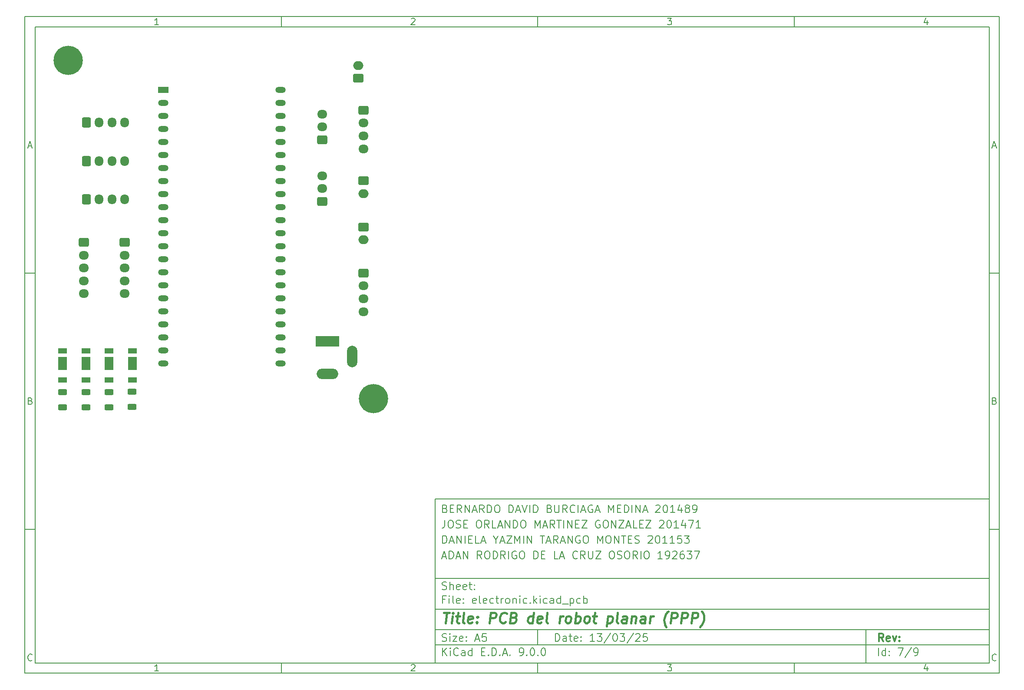
<source format=gbr>
%TF.GenerationSoftware,KiCad,Pcbnew,9.0.0*%
%TF.CreationDate,2025-03-13T19:48:29-06:00*%
%TF.ProjectId,electronic,656c6563-7472-46f6-9e69-632e6b696361,rev?*%
%TF.SameCoordinates,Original*%
%TF.FileFunction,Soldermask,Top*%
%TF.FilePolarity,Negative*%
%FSLAX46Y46*%
G04 Gerber Fmt 4.6, Leading zero omitted, Abs format (unit mm)*
G04 Created by KiCad (PCBNEW 9.0.0) date 2025-03-13 19:48:29*
%MOMM*%
%LPD*%
G01*
G04 APERTURE LIST*
G04 Aperture macros list*
%AMRoundRect*
0 Rectangle with rounded corners*
0 $1 Rounding radius*
0 $2 $3 $4 $5 $6 $7 $8 $9 X,Y pos of 4 corners*
0 Add a 4 corners polygon primitive as box body*
4,1,4,$2,$3,$4,$5,$6,$7,$8,$9,$2,$3,0*
0 Add four circle primitives for the rounded corners*
1,1,$1+$1,$2,$3*
1,1,$1+$1,$4,$5*
1,1,$1+$1,$6,$7*
1,1,$1+$1,$8,$9*
0 Add four rect primitives between the rounded corners*
20,1,$1+$1,$2,$3,$4,$5,0*
20,1,$1+$1,$4,$5,$6,$7,0*
20,1,$1+$1,$6,$7,$8,$9,0*
20,1,$1+$1,$8,$9,$2,$3,0*%
G04 Aperture macros list end*
%ADD10C,0.100000*%
%ADD11C,0.150000*%
%ADD12C,0.300000*%
%ADD13C,0.400000*%
%ADD14RoundRect,0.250000X-0.725000X0.600000X-0.725000X-0.600000X0.725000X-0.600000X0.725000X0.600000X0*%
%ADD15O,1.950000X1.700000*%
%ADD16RoundRect,0.250000X-0.750000X0.600000X-0.750000X-0.600000X0.750000X-0.600000X0.750000X0.600000X0*%
%ADD17O,2.000000X1.700000*%
%ADD18R,1.700000X1.100000*%
%ADD19R,1.700000X2.500000*%
%ADD20RoundRect,0.250000X0.725000X-0.600000X0.725000X0.600000X-0.725000X0.600000X-0.725000X-0.600000X0*%
%ADD21RoundRect,0.250000X-0.625000X0.312500X-0.625000X-0.312500X0.625000X-0.312500X0.625000X0.312500X0*%
%ADD22RoundRect,0.250000X-0.600000X-0.725000X0.600000X-0.725000X0.600000X0.725000X-0.600000X0.725000X0*%
%ADD23O,1.700000X1.950000*%
%ADD24R,4.600000X2.000000*%
%ADD25O,4.200000X2.000000*%
%ADD26O,2.000000X4.200000*%
%ADD27R,2.000000X1.200000*%
%ADD28O,2.000000X1.200000*%
%ADD29C,3.600000*%
%ADD30C,5.700000*%
%ADD31RoundRect,0.250000X0.750000X-0.600000X0.750000X0.600000X-0.750000X0.600000X-0.750000X-0.600000X0*%
G04 APERTURE END LIST*
D10*
D11*
X90007200Y-104005800D02*
X198007200Y-104005800D01*
X198007200Y-136005800D01*
X90007200Y-136005800D01*
X90007200Y-104005800D01*
D10*
D11*
X10000000Y-10000000D02*
X200007200Y-10000000D01*
X200007200Y-138005800D01*
X10000000Y-138005800D01*
X10000000Y-10000000D01*
D10*
D11*
X12000000Y-12000000D02*
X198007200Y-12000000D01*
X198007200Y-136005800D01*
X12000000Y-136005800D01*
X12000000Y-12000000D01*
D10*
D11*
X60000000Y-12000000D02*
X60000000Y-10000000D01*
D10*
D11*
X110000000Y-12000000D02*
X110000000Y-10000000D01*
D10*
D11*
X160000000Y-12000000D02*
X160000000Y-10000000D01*
D10*
D11*
X36089160Y-11593604D02*
X35346303Y-11593604D01*
X35717731Y-11593604D02*
X35717731Y-10293604D01*
X35717731Y-10293604D02*
X35593922Y-10479319D01*
X35593922Y-10479319D02*
X35470112Y-10603128D01*
X35470112Y-10603128D02*
X35346303Y-10665033D01*
D10*
D11*
X85346303Y-10417414D02*
X85408207Y-10355509D01*
X85408207Y-10355509D02*
X85532017Y-10293604D01*
X85532017Y-10293604D02*
X85841541Y-10293604D01*
X85841541Y-10293604D02*
X85965350Y-10355509D01*
X85965350Y-10355509D02*
X86027255Y-10417414D01*
X86027255Y-10417414D02*
X86089160Y-10541223D01*
X86089160Y-10541223D02*
X86089160Y-10665033D01*
X86089160Y-10665033D02*
X86027255Y-10850747D01*
X86027255Y-10850747D02*
X85284398Y-11593604D01*
X85284398Y-11593604D02*
X86089160Y-11593604D01*
D10*
D11*
X135284398Y-10293604D02*
X136089160Y-10293604D01*
X136089160Y-10293604D02*
X135655826Y-10788842D01*
X135655826Y-10788842D02*
X135841541Y-10788842D01*
X135841541Y-10788842D02*
X135965350Y-10850747D01*
X135965350Y-10850747D02*
X136027255Y-10912652D01*
X136027255Y-10912652D02*
X136089160Y-11036461D01*
X136089160Y-11036461D02*
X136089160Y-11345985D01*
X136089160Y-11345985D02*
X136027255Y-11469795D01*
X136027255Y-11469795D02*
X135965350Y-11531700D01*
X135965350Y-11531700D02*
X135841541Y-11593604D01*
X135841541Y-11593604D02*
X135470112Y-11593604D01*
X135470112Y-11593604D02*
X135346303Y-11531700D01*
X135346303Y-11531700D02*
X135284398Y-11469795D01*
D10*
D11*
X185965350Y-10726938D02*
X185965350Y-11593604D01*
X185655826Y-10231700D02*
X185346303Y-11160271D01*
X185346303Y-11160271D02*
X186151064Y-11160271D01*
D10*
D11*
X60000000Y-136005800D02*
X60000000Y-138005800D01*
D10*
D11*
X110000000Y-136005800D02*
X110000000Y-138005800D01*
D10*
D11*
X160000000Y-136005800D02*
X160000000Y-138005800D01*
D10*
D11*
X36089160Y-137599404D02*
X35346303Y-137599404D01*
X35717731Y-137599404D02*
X35717731Y-136299404D01*
X35717731Y-136299404D02*
X35593922Y-136485119D01*
X35593922Y-136485119D02*
X35470112Y-136608928D01*
X35470112Y-136608928D02*
X35346303Y-136670833D01*
D10*
D11*
X85346303Y-136423214D02*
X85408207Y-136361309D01*
X85408207Y-136361309D02*
X85532017Y-136299404D01*
X85532017Y-136299404D02*
X85841541Y-136299404D01*
X85841541Y-136299404D02*
X85965350Y-136361309D01*
X85965350Y-136361309D02*
X86027255Y-136423214D01*
X86027255Y-136423214D02*
X86089160Y-136547023D01*
X86089160Y-136547023D02*
X86089160Y-136670833D01*
X86089160Y-136670833D02*
X86027255Y-136856547D01*
X86027255Y-136856547D02*
X85284398Y-137599404D01*
X85284398Y-137599404D02*
X86089160Y-137599404D01*
D10*
D11*
X135284398Y-136299404D02*
X136089160Y-136299404D01*
X136089160Y-136299404D02*
X135655826Y-136794642D01*
X135655826Y-136794642D02*
X135841541Y-136794642D01*
X135841541Y-136794642D02*
X135965350Y-136856547D01*
X135965350Y-136856547D02*
X136027255Y-136918452D01*
X136027255Y-136918452D02*
X136089160Y-137042261D01*
X136089160Y-137042261D02*
X136089160Y-137351785D01*
X136089160Y-137351785D02*
X136027255Y-137475595D01*
X136027255Y-137475595D02*
X135965350Y-137537500D01*
X135965350Y-137537500D02*
X135841541Y-137599404D01*
X135841541Y-137599404D02*
X135470112Y-137599404D01*
X135470112Y-137599404D02*
X135346303Y-137537500D01*
X135346303Y-137537500D02*
X135284398Y-137475595D01*
D10*
D11*
X185965350Y-136732738D02*
X185965350Y-137599404D01*
X185655826Y-136237500D02*
X185346303Y-137166071D01*
X185346303Y-137166071D02*
X186151064Y-137166071D01*
D10*
D11*
X10000000Y-60000000D02*
X12000000Y-60000000D01*
D10*
D11*
X10000000Y-110000000D02*
X12000000Y-110000000D01*
D10*
D11*
X10690476Y-35222176D02*
X11309523Y-35222176D01*
X10566666Y-35593604D02*
X10999999Y-34293604D01*
X10999999Y-34293604D02*
X11433333Y-35593604D01*
D10*
D11*
X11092857Y-84912652D02*
X11278571Y-84974557D01*
X11278571Y-84974557D02*
X11340476Y-85036461D01*
X11340476Y-85036461D02*
X11402380Y-85160271D01*
X11402380Y-85160271D02*
X11402380Y-85345985D01*
X11402380Y-85345985D02*
X11340476Y-85469795D01*
X11340476Y-85469795D02*
X11278571Y-85531700D01*
X11278571Y-85531700D02*
X11154761Y-85593604D01*
X11154761Y-85593604D02*
X10659523Y-85593604D01*
X10659523Y-85593604D02*
X10659523Y-84293604D01*
X10659523Y-84293604D02*
X11092857Y-84293604D01*
X11092857Y-84293604D02*
X11216666Y-84355509D01*
X11216666Y-84355509D02*
X11278571Y-84417414D01*
X11278571Y-84417414D02*
X11340476Y-84541223D01*
X11340476Y-84541223D02*
X11340476Y-84665033D01*
X11340476Y-84665033D02*
X11278571Y-84788842D01*
X11278571Y-84788842D02*
X11216666Y-84850747D01*
X11216666Y-84850747D02*
X11092857Y-84912652D01*
X11092857Y-84912652D02*
X10659523Y-84912652D01*
D10*
D11*
X11402380Y-135469795D02*
X11340476Y-135531700D01*
X11340476Y-135531700D02*
X11154761Y-135593604D01*
X11154761Y-135593604D02*
X11030952Y-135593604D01*
X11030952Y-135593604D02*
X10845238Y-135531700D01*
X10845238Y-135531700D02*
X10721428Y-135407890D01*
X10721428Y-135407890D02*
X10659523Y-135284080D01*
X10659523Y-135284080D02*
X10597619Y-135036461D01*
X10597619Y-135036461D02*
X10597619Y-134850747D01*
X10597619Y-134850747D02*
X10659523Y-134603128D01*
X10659523Y-134603128D02*
X10721428Y-134479319D01*
X10721428Y-134479319D02*
X10845238Y-134355509D01*
X10845238Y-134355509D02*
X11030952Y-134293604D01*
X11030952Y-134293604D02*
X11154761Y-134293604D01*
X11154761Y-134293604D02*
X11340476Y-134355509D01*
X11340476Y-134355509D02*
X11402380Y-134417414D01*
D10*
D11*
X200007200Y-60000000D02*
X198007200Y-60000000D01*
D10*
D11*
X200007200Y-110000000D02*
X198007200Y-110000000D01*
D10*
D11*
X198697676Y-35222176D02*
X199316723Y-35222176D01*
X198573866Y-35593604D02*
X199007199Y-34293604D01*
X199007199Y-34293604D02*
X199440533Y-35593604D01*
D10*
D11*
X199100057Y-84912652D02*
X199285771Y-84974557D01*
X199285771Y-84974557D02*
X199347676Y-85036461D01*
X199347676Y-85036461D02*
X199409580Y-85160271D01*
X199409580Y-85160271D02*
X199409580Y-85345985D01*
X199409580Y-85345985D02*
X199347676Y-85469795D01*
X199347676Y-85469795D02*
X199285771Y-85531700D01*
X199285771Y-85531700D02*
X199161961Y-85593604D01*
X199161961Y-85593604D02*
X198666723Y-85593604D01*
X198666723Y-85593604D02*
X198666723Y-84293604D01*
X198666723Y-84293604D02*
X199100057Y-84293604D01*
X199100057Y-84293604D02*
X199223866Y-84355509D01*
X199223866Y-84355509D02*
X199285771Y-84417414D01*
X199285771Y-84417414D02*
X199347676Y-84541223D01*
X199347676Y-84541223D02*
X199347676Y-84665033D01*
X199347676Y-84665033D02*
X199285771Y-84788842D01*
X199285771Y-84788842D02*
X199223866Y-84850747D01*
X199223866Y-84850747D02*
X199100057Y-84912652D01*
X199100057Y-84912652D02*
X198666723Y-84912652D01*
D10*
D11*
X199409580Y-135469795D02*
X199347676Y-135531700D01*
X199347676Y-135531700D02*
X199161961Y-135593604D01*
X199161961Y-135593604D02*
X199038152Y-135593604D01*
X199038152Y-135593604D02*
X198852438Y-135531700D01*
X198852438Y-135531700D02*
X198728628Y-135407890D01*
X198728628Y-135407890D02*
X198666723Y-135284080D01*
X198666723Y-135284080D02*
X198604819Y-135036461D01*
X198604819Y-135036461D02*
X198604819Y-134850747D01*
X198604819Y-134850747D02*
X198666723Y-134603128D01*
X198666723Y-134603128D02*
X198728628Y-134479319D01*
X198728628Y-134479319D02*
X198852438Y-134355509D01*
X198852438Y-134355509D02*
X199038152Y-134293604D01*
X199038152Y-134293604D02*
X199161961Y-134293604D01*
X199161961Y-134293604D02*
X199347676Y-134355509D01*
X199347676Y-134355509D02*
X199409580Y-134417414D01*
D10*
D11*
X113463026Y-131791928D02*
X113463026Y-130291928D01*
X113463026Y-130291928D02*
X113820169Y-130291928D01*
X113820169Y-130291928D02*
X114034455Y-130363357D01*
X114034455Y-130363357D02*
X114177312Y-130506214D01*
X114177312Y-130506214D02*
X114248741Y-130649071D01*
X114248741Y-130649071D02*
X114320169Y-130934785D01*
X114320169Y-130934785D02*
X114320169Y-131149071D01*
X114320169Y-131149071D02*
X114248741Y-131434785D01*
X114248741Y-131434785D02*
X114177312Y-131577642D01*
X114177312Y-131577642D02*
X114034455Y-131720500D01*
X114034455Y-131720500D02*
X113820169Y-131791928D01*
X113820169Y-131791928D02*
X113463026Y-131791928D01*
X115605884Y-131791928D02*
X115605884Y-131006214D01*
X115605884Y-131006214D02*
X115534455Y-130863357D01*
X115534455Y-130863357D02*
X115391598Y-130791928D01*
X115391598Y-130791928D02*
X115105884Y-130791928D01*
X115105884Y-130791928D02*
X114963026Y-130863357D01*
X115605884Y-131720500D02*
X115463026Y-131791928D01*
X115463026Y-131791928D02*
X115105884Y-131791928D01*
X115105884Y-131791928D02*
X114963026Y-131720500D01*
X114963026Y-131720500D02*
X114891598Y-131577642D01*
X114891598Y-131577642D02*
X114891598Y-131434785D01*
X114891598Y-131434785D02*
X114963026Y-131291928D01*
X114963026Y-131291928D02*
X115105884Y-131220500D01*
X115105884Y-131220500D02*
X115463026Y-131220500D01*
X115463026Y-131220500D02*
X115605884Y-131149071D01*
X116105884Y-130791928D02*
X116677312Y-130791928D01*
X116320169Y-130291928D02*
X116320169Y-131577642D01*
X116320169Y-131577642D02*
X116391598Y-131720500D01*
X116391598Y-131720500D02*
X116534455Y-131791928D01*
X116534455Y-131791928D02*
X116677312Y-131791928D01*
X117748741Y-131720500D02*
X117605884Y-131791928D01*
X117605884Y-131791928D02*
X117320170Y-131791928D01*
X117320170Y-131791928D02*
X117177312Y-131720500D01*
X117177312Y-131720500D02*
X117105884Y-131577642D01*
X117105884Y-131577642D02*
X117105884Y-131006214D01*
X117105884Y-131006214D02*
X117177312Y-130863357D01*
X117177312Y-130863357D02*
X117320170Y-130791928D01*
X117320170Y-130791928D02*
X117605884Y-130791928D01*
X117605884Y-130791928D02*
X117748741Y-130863357D01*
X117748741Y-130863357D02*
X117820170Y-131006214D01*
X117820170Y-131006214D02*
X117820170Y-131149071D01*
X117820170Y-131149071D02*
X117105884Y-131291928D01*
X118463026Y-131649071D02*
X118534455Y-131720500D01*
X118534455Y-131720500D02*
X118463026Y-131791928D01*
X118463026Y-131791928D02*
X118391598Y-131720500D01*
X118391598Y-131720500D02*
X118463026Y-131649071D01*
X118463026Y-131649071D02*
X118463026Y-131791928D01*
X118463026Y-130863357D02*
X118534455Y-130934785D01*
X118534455Y-130934785D02*
X118463026Y-131006214D01*
X118463026Y-131006214D02*
X118391598Y-130934785D01*
X118391598Y-130934785D02*
X118463026Y-130863357D01*
X118463026Y-130863357D02*
X118463026Y-131006214D01*
X121105884Y-131791928D02*
X120248741Y-131791928D01*
X120677312Y-131791928D02*
X120677312Y-130291928D01*
X120677312Y-130291928D02*
X120534455Y-130506214D01*
X120534455Y-130506214D02*
X120391598Y-130649071D01*
X120391598Y-130649071D02*
X120248741Y-130720500D01*
X121605883Y-130291928D02*
X122534455Y-130291928D01*
X122534455Y-130291928D02*
X122034455Y-130863357D01*
X122034455Y-130863357D02*
X122248740Y-130863357D01*
X122248740Y-130863357D02*
X122391598Y-130934785D01*
X122391598Y-130934785D02*
X122463026Y-131006214D01*
X122463026Y-131006214D02*
X122534455Y-131149071D01*
X122534455Y-131149071D02*
X122534455Y-131506214D01*
X122534455Y-131506214D02*
X122463026Y-131649071D01*
X122463026Y-131649071D02*
X122391598Y-131720500D01*
X122391598Y-131720500D02*
X122248740Y-131791928D01*
X122248740Y-131791928D02*
X121820169Y-131791928D01*
X121820169Y-131791928D02*
X121677312Y-131720500D01*
X121677312Y-131720500D02*
X121605883Y-131649071D01*
X124248740Y-130220500D02*
X122963026Y-132149071D01*
X125034455Y-130291928D02*
X125177312Y-130291928D01*
X125177312Y-130291928D02*
X125320169Y-130363357D01*
X125320169Y-130363357D02*
X125391598Y-130434785D01*
X125391598Y-130434785D02*
X125463026Y-130577642D01*
X125463026Y-130577642D02*
X125534455Y-130863357D01*
X125534455Y-130863357D02*
X125534455Y-131220500D01*
X125534455Y-131220500D02*
X125463026Y-131506214D01*
X125463026Y-131506214D02*
X125391598Y-131649071D01*
X125391598Y-131649071D02*
X125320169Y-131720500D01*
X125320169Y-131720500D02*
X125177312Y-131791928D01*
X125177312Y-131791928D02*
X125034455Y-131791928D01*
X125034455Y-131791928D02*
X124891598Y-131720500D01*
X124891598Y-131720500D02*
X124820169Y-131649071D01*
X124820169Y-131649071D02*
X124748740Y-131506214D01*
X124748740Y-131506214D02*
X124677312Y-131220500D01*
X124677312Y-131220500D02*
X124677312Y-130863357D01*
X124677312Y-130863357D02*
X124748740Y-130577642D01*
X124748740Y-130577642D02*
X124820169Y-130434785D01*
X124820169Y-130434785D02*
X124891598Y-130363357D01*
X124891598Y-130363357D02*
X125034455Y-130291928D01*
X126034454Y-130291928D02*
X126963026Y-130291928D01*
X126963026Y-130291928D02*
X126463026Y-130863357D01*
X126463026Y-130863357D02*
X126677311Y-130863357D01*
X126677311Y-130863357D02*
X126820169Y-130934785D01*
X126820169Y-130934785D02*
X126891597Y-131006214D01*
X126891597Y-131006214D02*
X126963026Y-131149071D01*
X126963026Y-131149071D02*
X126963026Y-131506214D01*
X126963026Y-131506214D02*
X126891597Y-131649071D01*
X126891597Y-131649071D02*
X126820169Y-131720500D01*
X126820169Y-131720500D02*
X126677311Y-131791928D01*
X126677311Y-131791928D02*
X126248740Y-131791928D01*
X126248740Y-131791928D02*
X126105883Y-131720500D01*
X126105883Y-131720500D02*
X126034454Y-131649071D01*
X128677311Y-130220500D02*
X127391597Y-132149071D01*
X129105883Y-130434785D02*
X129177311Y-130363357D01*
X129177311Y-130363357D02*
X129320169Y-130291928D01*
X129320169Y-130291928D02*
X129677311Y-130291928D01*
X129677311Y-130291928D02*
X129820169Y-130363357D01*
X129820169Y-130363357D02*
X129891597Y-130434785D01*
X129891597Y-130434785D02*
X129963026Y-130577642D01*
X129963026Y-130577642D02*
X129963026Y-130720500D01*
X129963026Y-130720500D02*
X129891597Y-130934785D01*
X129891597Y-130934785D02*
X129034454Y-131791928D01*
X129034454Y-131791928D02*
X129963026Y-131791928D01*
X131320168Y-130291928D02*
X130605882Y-130291928D01*
X130605882Y-130291928D02*
X130534454Y-131006214D01*
X130534454Y-131006214D02*
X130605882Y-130934785D01*
X130605882Y-130934785D02*
X130748740Y-130863357D01*
X130748740Y-130863357D02*
X131105882Y-130863357D01*
X131105882Y-130863357D02*
X131248740Y-130934785D01*
X131248740Y-130934785D02*
X131320168Y-131006214D01*
X131320168Y-131006214D02*
X131391597Y-131149071D01*
X131391597Y-131149071D02*
X131391597Y-131506214D01*
X131391597Y-131506214D02*
X131320168Y-131649071D01*
X131320168Y-131649071D02*
X131248740Y-131720500D01*
X131248740Y-131720500D02*
X131105882Y-131791928D01*
X131105882Y-131791928D02*
X130748740Y-131791928D01*
X130748740Y-131791928D02*
X130605882Y-131720500D01*
X130605882Y-131720500D02*
X130534454Y-131649071D01*
D10*
D11*
X90007200Y-132505800D02*
X198007200Y-132505800D01*
D10*
D11*
X91463026Y-134591928D02*
X91463026Y-133091928D01*
X92320169Y-134591928D02*
X91677312Y-133734785D01*
X92320169Y-133091928D02*
X91463026Y-133949071D01*
X92963026Y-134591928D02*
X92963026Y-133591928D01*
X92963026Y-133091928D02*
X92891598Y-133163357D01*
X92891598Y-133163357D02*
X92963026Y-133234785D01*
X92963026Y-133234785D02*
X93034455Y-133163357D01*
X93034455Y-133163357D02*
X92963026Y-133091928D01*
X92963026Y-133091928D02*
X92963026Y-133234785D01*
X94534455Y-134449071D02*
X94463027Y-134520500D01*
X94463027Y-134520500D02*
X94248741Y-134591928D01*
X94248741Y-134591928D02*
X94105884Y-134591928D01*
X94105884Y-134591928D02*
X93891598Y-134520500D01*
X93891598Y-134520500D02*
X93748741Y-134377642D01*
X93748741Y-134377642D02*
X93677312Y-134234785D01*
X93677312Y-134234785D02*
X93605884Y-133949071D01*
X93605884Y-133949071D02*
X93605884Y-133734785D01*
X93605884Y-133734785D02*
X93677312Y-133449071D01*
X93677312Y-133449071D02*
X93748741Y-133306214D01*
X93748741Y-133306214D02*
X93891598Y-133163357D01*
X93891598Y-133163357D02*
X94105884Y-133091928D01*
X94105884Y-133091928D02*
X94248741Y-133091928D01*
X94248741Y-133091928D02*
X94463027Y-133163357D01*
X94463027Y-133163357D02*
X94534455Y-133234785D01*
X95820170Y-134591928D02*
X95820170Y-133806214D01*
X95820170Y-133806214D02*
X95748741Y-133663357D01*
X95748741Y-133663357D02*
X95605884Y-133591928D01*
X95605884Y-133591928D02*
X95320170Y-133591928D01*
X95320170Y-133591928D02*
X95177312Y-133663357D01*
X95820170Y-134520500D02*
X95677312Y-134591928D01*
X95677312Y-134591928D02*
X95320170Y-134591928D01*
X95320170Y-134591928D02*
X95177312Y-134520500D01*
X95177312Y-134520500D02*
X95105884Y-134377642D01*
X95105884Y-134377642D02*
X95105884Y-134234785D01*
X95105884Y-134234785D02*
X95177312Y-134091928D01*
X95177312Y-134091928D02*
X95320170Y-134020500D01*
X95320170Y-134020500D02*
X95677312Y-134020500D01*
X95677312Y-134020500D02*
X95820170Y-133949071D01*
X97177313Y-134591928D02*
X97177313Y-133091928D01*
X97177313Y-134520500D02*
X97034455Y-134591928D01*
X97034455Y-134591928D02*
X96748741Y-134591928D01*
X96748741Y-134591928D02*
X96605884Y-134520500D01*
X96605884Y-134520500D02*
X96534455Y-134449071D01*
X96534455Y-134449071D02*
X96463027Y-134306214D01*
X96463027Y-134306214D02*
X96463027Y-133877642D01*
X96463027Y-133877642D02*
X96534455Y-133734785D01*
X96534455Y-133734785D02*
X96605884Y-133663357D01*
X96605884Y-133663357D02*
X96748741Y-133591928D01*
X96748741Y-133591928D02*
X97034455Y-133591928D01*
X97034455Y-133591928D02*
X97177313Y-133663357D01*
X99034455Y-133806214D02*
X99534455Y-133806214D01*
X99748741Y-134591928D02*
X99034455Y-134591928D01*
X99034455Y-134591928D02*
X99034455Y-133091928D01*
X99034455Y-133091928D02*
X99748741Y-133091928D01*
X100391598Y-134449071D02*
X100463027Y-134520500D01*
X100463027Y-134520500D02*
X100391598Y-134591928D01*
X100391598Y-134591928D02*
X100320170Y-134520500D01*
X100320170Y-134520500D02*
X100391598Y-134449071D01*
X100391598Y-134449071D02*
X100391598Y-134591928D01*
X101105884Y-134591928D02*
X101105884Y-133091928D01*
X101105884Y-133091928D02*
X101463027Y-133091928D01*
X101463027Y-133091928D02*
X101677313Y-133163357D01*
X101677313Y-133163357D02*
X101820170Y-133306214D01*
X101820170Y-133306214D02*
X101891599Y-133449071D01*
X101891599Y-133449071D02*
X101963027Y-133734785D01*
X101963027Y-133734785D02*
X101963027Y-133949071D01*
X101963027Y-133949071D02*
X101891599Y-134234785D01*
X101891599Y-134234785D02*
X101820170Y-134377642D01*
X101820170Y-134377642D02*
X101677313Y-134520500D01*
X101677313Y-134520500D02*
X101463027Y-134591928D01*
X101463027Y-134591928D02*
X101105884Y-134591928D01*
X102605884Y-134449071D02*
X102677313Y-134520500D01*
X102677313Y-134520500D02*
X102605884Y-134591928D01*
X102605884Y-134591928D02*
X102534456Y-134520500D01*
X102534456Y-134520500D02*
X102605884Y-134449071D01*
X102605884Y-134449071D02*
X102605884Y-134591928D01*
X103248742Y-134163357D02*
X103963028Y-134163357D01*
X103105885Y-134591928D02*
X103605885Y-133091928D01*
X103605885Y-133091928D02*
X104105885Y-134591928D01*
X104605884Y-134449071D02*
X104677313Y-134520500D01*
X104677313Y-134520500D02*
X104605884Y-134591928D01*
X104605884Y-134591928D02*
X104534456Y-134520500D01*
X104534456Y-134520500D02*
X104605884Y-134449071D01*
X104605884Y-134449071D02*
X104605884Y-134591928D01*
X106534456Y-134591928D02*
X106820170Y-134591928D01*
X106820170Y-134591928D02*
X106963027Y-134520500D01*
X106963027Y-134520500D02*
X107034456Y-134449071D01*
X107034456Y-134449071D02*
X107177313Y-134234785D01*
X107177313Y-134234785D02*
X107248742Y-133949071D01*
X107248742Y-133949071D02*
X107248742Y-133377642D01*
X107248742Y-133377642D02*
X107177313Y-133234785D01*
X107177313Y-133234785D02*
X107105885Y-133163357D01*
X107105885Y-133163357D02*
X106963027Y-133091928D01*
X106963027Y-133091928D02*
X106677313Y-133091928D01*
X106677313Y-133091928D02*
X106534456Y-133163357D01*
X106534456Y-133163357D02*
X106463027Y-133234785D01*
X106463027Y-133234785D02*
X106391599Y-133377642D01*
X106391599Y-133377642D02*
X106391599Y-133734785D01*
X106391599Y-133734785D02*
X106463027Y-133877642D01*
X106463027Y-133877642D02*
X106534456Y-133949071D01*
X106534456Y-133949071D02*
X106677313Y-134020500D01*
X106677313Y-134020500D02*
X106963027Y-134020500D01*
X106963027Y-134020500D02*
X107105885Y-133949071D01*
X107105885Y-133949071D02*
X107177313Y-133877642D01*
X107177313Y-133877642D02*
X107248742Y-133734785D01*
X107891598Y-134449071D02*
X107963027Y-134520500D01*
X107963027Y-134520500D02*
X107891598Y-134591928D01*
X107891598Y-134591928D02*
X107820170Y-134520500D01*
X107820170Y-134520500D02*
X107891598Y-134449071D01*
X107891598Y-134449071D02*
X107891598Y-134591928D01*
X108891599Y-133091928D02*
X109034456Y-133091928D01*
X109034456Y-133091928D02*
X109177313Y-133163357D01*
X109177313Y-133163357D02*
X109248742Y-133234785D01*
X109248742Y-133234785D02*
X109320170Y-133377642D01*
X109320170Y-133377642D02*
X109391599Y-133663357D01*
X109391599Y-133663357D02*
X109391599Y-134020500D01*
X109391599Y-134020500D02*
X109320170Y-134306214D01*
X109320170Y-134306214D02*
X109248742Y-134449071D01*
X109248742Y-134449071D02*
X109177313Y-134520500D01*
X109177313Y-134520500D02*
X109034456Y-134591928D01*
X109034456Y-134591928D02*
X108891599Y-134591928D01*
X108891599Y-134591928D02*
X108748742Y-134520500D01*
X108748742Y-134520500D02*
X108677313Y-134449071D01*
X108677313Y-134449071D02*
X108605884Y-134306214D01*
X108605884Y-134306214D02*
X108534456Y-134020500D01*
X108534456Y-134020500D02*
X108534456Y-133663357D01*
X108534456Y-133663357D02*
X108605884Y-133377642D01*
X108605884Y-133377642D02*
X108677313Y-133234785D01*
X108677313Y-133234785D02*
X108748742Y-133163357D01*
X108748742Y-133163357D02*
X108891599Y-133091928D01*
X110034455Y-134449071D02*
X110105884Y-134520500D01*
X110105884Y-134520500D02*
X110034455Y-134591928D01*
X110034455Y-134591928D02*
X109963027Y-134520500D01*
X109963027Y-134520500D02*
X110034455Y-134449071D01*
X110034455Y-134449071D02*
X110034455Y-134591928D01*
X111034456Y-133091928D02*
X111177313Y-133091928D01*
X111177313Y-133091928D02*
X111320170Y-133163357D01*
X111320170Y-133163357D02*
X111391599Y-133234785D01*
X111391599Y-133234785D02*
X111463027Y-133377642D01*
X111463027Y-133377642D02*
X111534456Y-133663357D01*
X111534456Y-133663357D02*
X111534456Y-134020500D01*
X111534456Y-134020500D02*
X111463027Y-134306214D01*
X111463027Y-134306214D02*
X111391599Y-134449071D01*
X111391599Y-134449071D02*
X111320170Y-134520500D01*
X111320170Y-134520500D02*
X111177313Y-134591928D01*
X111177313Y-134591928D02*
X111034456Y-134591928D01*
X111034456Y-134591928D02*
X110891599Y-134520500D01*
X110891599Y-134520500D02*
X110820170Y-134449071D01*
X110820170Y-134449071D02*
X110748741Y-134306214D01*
X110748741Y-134306214D02*
X110677313Y-134020500D01*
X110677313Y-134020500D02*
X110677313Y-133663357D01*
X110677313Y-133663357D02*
X110748741Y-133377642D01*
X110748741Y-133377642D02*
X110820170Y-133234785D01*
X110820170Y-133234785D02*
X110891599Y-133163357D01*
X110891599Y-133163357D02*
X111034456Y-133091928D01*
D10*
D11*
X90007200Y-129505800D02*
X198007200Y-129505800D01*
D10*
D12*
X177418853Y-131784128D02*
X176918853Y-131069842D01*
X176561710Y-131784128D02*
X176561710Y-130284128D01*
X176561710Y-130284128D02*
X177133139Y-130284128D01*
X177133139Y-130284128D02*
X177275996Y-130355557D01*
X177275996Y-130355557D02*
X177347425Y-130426985D01*
X177347425Y-130426985D02*
X177418853Y-130569842D01*
X177418853Y-130569842D02*
X177418853Y-130784128D01*
X177418853Y-130784128D02*
X177347425Y-130926985D01*
X177347425Y-130926985D02*
X177275996Y-130998414D01*
X177275996Y-130998414D02*
X177133139Y-131069842D01*
X177133139Y-131069842D02*
X176561710Y-131069842D01*
X178633139Y-131712700D02*
X178490282Y-131784128D01*
X178490282Y-131784128D02*
X178204568Y-131784128D01*
X178204568Y-131784128D02*
X178061710Y-131712700D01*
X178061710Y-131712700D02*
X177990282Y-131569842D01*
X177990282Y-131569842D02*
X177990282Y-130998414D01*
X177990282Y-130998414D02*
X178061710Y-130855557D01*
X178061710Y-130855557D02*
X178204568Y-130784128D01*
X178204568Y-130784128D02*
X178490282Y-130784128D01*
X178490282Y-130784128D02*
X178633139Y-130855557D01*
X178633139Y-130855557D02*
X178704568Y-130998414D01*
X178704568Y-130998414D02*
X178704568Y-131141271D01*
X178704568Y-131141271D02*
X177990282Y-131284128D01*
X179204567Y-130784128D02*
X179561710Y-131784128D01*
X179561710Y-131784128D02*
X179918853Y-130784128D01*
X180490281Y-131641271D02*
X180561710Y-131712700D01*
X180561710Y-131712700D02*
X180490281Y-131784128D01*
X180490281Y-131784128D02*
X180418853Y-131712700D01*
X180418853Y-131712700D02*
X180490281Y-131641271D01*
X180490281Y-131641271D02*
X180490281Y-131784128D01*
X180490281Y-130855557D02*
X180561710Y-130926985D01*
X180561710Y-130926985D02*
X180490281Y-130998414D01*
X180490281Y-130998414D02*
X180418853Y-130926985D01*
X180418853Y-130926985D02*
X180490281Y-130855557D01*
X180490281Y-130855557D02*
X180490281Y-130998414D01*
D10*
D11*
X91391598Y-131720500D02*
X91605884Y-131791928D01*
X91605884Y-131791928D02*
X91963026Y-131791928D01*
X91963026Y-131791928D02*
X92105884Y-131720500D01*
X92105884Y-131720500D02*
X92177312Y-131649071D01*
X92177312Y-131649071D02*
X92248741Y-131506214D01*
X92248741Y-131506214D02*
X92248741Y-131363357D01*
X92248741Y-131363357D02*
X92177312Y-131220500D01*
X92177312Y-131220500D02*
X92105884Y-131149071D01*
X92105884Y-131149071D02*
X91963026Y-131077642D01*
X91963026Y-131077642D02*
X91677312Y-131006214D01*
X91677312Y-131006214D02*
X91534455Y-130934785D01*
X91534455Y-130934785D02*
X91463026Y-130863357D01*
X91463026Y-130863357D02*
X91391598Y-130720500D01*
X91391598Y-130720500D02*
X91391598Y-130577642D01*
X91391598Y-130577642D02*
X91463026Y-130434785D01*
X91463026Y-130434785D02*
X91534455Y-130363357D01*
X91534455Y-130363357D02*
X91677312Y-130291928D01*
X91677312Y-130291928D02*
X92034455Y-130291928D01*
X92034455Y-130291928D02*
X92248741Y-130363357D01*
X92891597Y-131791928D02*
X92891597Y-130791928D01*
X92891597Y-130291928D02*
X92820169Y-130363357D01*
X92820169Y-130363357D02*
X92891597Y-130434785D01*
X92891597Y-130434785D02*
X92963026Y-130363357D01*
X92963026Y-130363357D02*
X92891597Y-130291928D01*
X92891597Y-130291928D02*
X92891597Y-130434785D01*
X93463026Y-130791928D02*
X94248741Y-130791928D01*
X94248741Y-130791928D02*
X93463026Y-131791928D01*
X93463026Y-131791928D02*
X94248741Y-131791928D01*
X95391598Y-131720500D02*
X95248741Y-131791928D01*
X95248741Y-131791928D02*
X94963027Y-131791928D01*
X94963027Y-131791928D02*
X94820169Y-131720500D01*
X94820169Y-131720500D02*
X94748741Y-131577642D01*
X94748741Y-131577642D02*
X94748741Y-131006214D01*
X94748741Y-131006214D02*
X94820169Y-130863357D01*
X94820169Y-130863357D02*
X94963027Y-130791928D01*
X94963027Y-130791928D02*
X95248741Y-130791928D01*
X95248741Y-130791928D02*
X95391598Y-130863357D01*
X95391598Y-130863357D02*
X95463027Y-131006214D01*
X95463027Y-131006214D02*
X95463027Y-131149071D01*
X95463027Y-131149071D02*
X94748741Y-131291928D01*
X96105883Y-131649071D02*
X96177312Y-131720500D01*
X96177312Y-131720500D02*
X96105883Y-131791928D01*
X96105883Y-131791928D02*
X96034455Y-131720500D01*
X96034455Y-131720500D02*
X96105883Y-131649071D01*
X96105883Y-131649071D02*
X96105883Y-131791928D01*
X96105883Y-130863357D02*
X96177312Y-130934785D01*
X96177312Y-130934785D02*
X96105883Y-131006214D01*
X96105883Y-131006214D02*
X96034455Y-130934785D01*
X96034455Y-130934785D02*
X96105883Y-130863357D01*
X96105883Y-130863357D02*
X96105883Y-131006214D01*
X97891598Y-131363357D02*
X98605884Y-131363357D01*
X97748741Y-131791928D02*
X98248741Y-130291928D01*
X98248741Y-130291928D02*
X98748741Y-131791928D01*
X99963026Y-130291928D02*
X99248740Y-130291928D01*
X99248740Y-130291928D02*
X99177312Y-131006214D01*
X99177312Y-131006214D02*
X99248740Y-130934785D01*
X99248740Y-130934785D02*
X99391598Y-130863357D01*
X99391598Y-130863357D02*
X99748740Y-130863357D01*
X99748740Y-130863357D02*
X99891598Y-130934785D01*
X99891598Y-130934785D02*
X99963026Y-131006214D01*
X99963026Y-131006214D02*
X100034455Y-131149071D01*
X100034455Y-131149071D02*
X100034455Y-131506214D01*
X100034455Y-131506214D02*
X99963026Y-131649071D01*
X99963026Y-131649071D02*
X99891598Y-131720500D01*
X99891598Y-131720500D02*
X99748740Y-131791928D01*
X99748740Y-131791928D02*
X99391598Y-131791928D01*
X99391598Y-131791928D02*
X99248740Y-131720500D01*
X99248740Y-131720500D02*
X99177312Y-131649071D01*
D10*
D11*
X176463026Y-134591928D02*
X176463026Y-133091928D01*
X177820170Y-134591928D02*
X177820170Y-133091928D01*
X177820170Y-134520500D02*
X177677312Y-134591928D01*
X177677312Y-134591928D02*
X177391598Y-134591928D01*
X177391598Y-134591928D02*
X177248741Y-134520500D01*
X177248741Y-134520500D02*
X177177312Y-134449071D01*
X177177312Y-134449071D02*
X177105884Y-134306214D01*
X177105884Y-134306214D02*
X177105884Y-133877642D01*
X177105884Y-133877642D02*
X177177312Y-133734785D01*
X177177312Y-133734785D02*
X177248741Y-133663357D01*
X177248741Y-133663357D02*
X177391598Y-133591928D01*
X177391598Y-133591928D02*
X177677312Y-133591928D01*
X177677312Y-133591928D02*
X177820170Y-133663357D01*
X178534455Y-134449071D02*
X178605884Y-134520500D01*
X178605884Y-134520500D02*
X178534455Y-134591928D01*
X178534455Y-134591928D02*
X178463027Y-134520500D01*
X178463027Y-134520500D02*
X178534455Y-134449071D01*
X178534455Y-134449071D02*
X178534455Y-134591928D01*
X178534455Y-133663357D02*
X178605884Y-133734785D01*
X178605884Y-133734785D02*
X178534455Y-133806214D01*
X178534455Y-133806214D02*
X178463027Y-133734785D01*
X178463027Y-133734785D02*
X178534455Y-133663357D01*
X178534455Y-133663357D02*
X178534455Y-133806214D01*
X180248741Y-133091928D02*
X181248741Y-133091928D01*
X181248741Y-133091928D02*
X180605884Y-134591928D01*
X182891598Y-133020500D02*
X181605884Y-134949071D01*
X183463027Y-134591928D02*
X183748741Y-134591928D01*
X183748741Y-134591928D02*
X183891598Y-134520500D01*
X183891598Y-134520500D02*
X183963027Y-134449071D01*
X183963027Y-134449071D02*
X184105884Y-134234785D01*
X184105884Y-134234785D02*
X184177313Y-133949071D01*
X184177313Y-133949071D02*
X184177313Y-133377642D01*
X184177313Y-133377642D02*
X184105884Y-133234785D01*
X184105884Y-133234785D02*
X184034456Y-133163357D01*
X184034456Y-133163357D02*
X183891598Y-133091928D01*
X183891598Y-133091928D02*
X183605884Y-133091928D01*
X183605884Y-133091928D02*
X183463027Y-133163357D01*
X183463027Y-133163357D02*
X183391598Y-133234785D01*
X183391598Y-133234785D02*
X183320170Y-133377642D01*
X183320170Y-133377642D02*
X183320170Y-133734785D01*
X183320170Y-133734785D02*
X183391598Y-133877642D01*
X183391598Y-133877642D02*
X183463027Y-133949071D01*
X183463027Y-133949071D02*
X183605884Y-134020500D01*
X183605884Y-134020500D02*
X183891598Y-134020500D01*
X183891598Y-134020500D02*
X184034456Y-133949071D01*
X184034456Y-133949071D02*
X184105884Y-133877642D01*
X184105884Y-133877642D02*
X184177313Y-133734785D01*
D10*
D11*
X90007200Y-125505800D02*
X198007200Y-125505800D01*
D10*
D13*
X91698928Y-126210238D02*
X92841785Y-126210238D01*
X92020357Y-128210238D02*
X92270357Y-126210238D01*
X93258452Y-128210238D02*
X93425119Y-126876904D01*
X93508452Y-126210238D02*
X93401309Y-126305476D01*
X93401309Y-126305476D02*
X93484643Y-126400714D01*
X93484643Y-126400714D02*
X93591786Y-126305476D01*
X93591786Y-126305476D02*
X93508452Y-126210238D01*
X93508452Y-126210238D02*
X93484643Y-126400714D01*
X94091786Y-126876904D02*
X94853690Y-126876904D01*
X94460833Y-126210238D02*
X94246548Y-127924523D01*
X94246548Y-127924523D02*
X94317976Y-128115000D01*
X94317976Y-128115000D02*
X94496548Y-128210238D01*
X94496548Y-128210238D02*
X94687024Y-128210238D01*
X95639405Y-128210238D02*
X95460833Y-128115000D01*
X95460833Y-128115000D02*
X95389405Y-127924523D01*
X95389405Y-127924523D02*
X95603690Y-126210238D01*
X97175119Y-128115000D02*
X96972738Y-128210238D01*
X96972738Y-128210238D02*
X96591785Y-128210238D01*
X96591785Y-128210238D02*
X96413214Y-128115000D01*
X96413214Y-128115000D02*
X96341785Y-127924523D01*
X96341785Y-127924523D02*
X96437024Y-127162619D01*
X96437024Y-127162619D02*
X96556071Y-126972142D01*
X96556071Y-126972142D02*
X96758452Y-126876904D01*
X96758452Y-126876904D02*
X97139404Y-126876904D01*
X97139404Y-126876904D02*
X97317976Y-126972142D01*
X97317976Y-126972142D02*
X97389404Y-127162619D01*
X97389404Y-127162619D02*
X97365595Y-127353095D01*
X97365595Y-127353095D02*
X96389404Y-127543571D01*
X98139405Y-128019761D02*
X98222738Y-128115000D01*
X98222738Y-128115000D02*
X98115595Y-128210238D01*
X98115595Y-128210238D02*
X98032262Y-128115000D01*
X98032262Y-128115000D02*
X98139405Y-128019761D01*
X98139405Y-128019761D02*
X98115595Y-128210238D01*
X98270357Y-126972142D02*
X98353690Y-127067380D01*
X98353690Y-127067380D02*
X98246548Y-127162619D01*
X98246548Y-127162619D02*
X98163214Y-127067380D01*
X98163214Y-127067380D02*
X98270357Y-126972142D01*
X98270357Y-126972142D02*
X98246548Y-127162619D01*
X100591786Y-128210238D02*
X100841786Y-126210238D01*
X100841786Y-126210238D02*
X101603691Y-126210238D01*
X101603691Y-126210238D02*
X101782262Y-126305476D01*
X101782262Y-126305476D02*
X101865596Y-126400714D01*
X101865596Y-126400714D02*
X101937024Y-126591190D01*
X101937024Y-126591190D02*
X101901310Y-126876904D01*
X101901310Y-126876904D02*
X101782262Y-127067380D01*
X101782262Y-127067380D02*
X101675120Y-127162619D01*
X101675120Y-127162619D02*
X101472739Y-127257857D01*
X101472739Y-127257857D02*
X100710834Y-127257857D01*
X103758453Y-128019761D02*
X103651310Y-128115000D01*
X103651310Y-128115000D02*
X103353691Y-128210238D01*
X103353691Y-128210238D02*
X103163215Y-128210238D01*
X103163215Y-128210238D02*
X102889405Y-128115000D01*
X102889405Y-128115000D02*
X102722739Y-127924523D01*
X102722739Y-127924523D02*
X102651310Y-127734047D01*
X102651310Y-127734047D02*
X102603691Y-127353095D01*
X102603691Y-127353095D02*
X102639405Y-127067380D01*
X102639405Y-127067380D02*
X102782262Y-126686428D01*
X102782262Y-126686428D02*
X102901310Y-126495952D01*
X102901310Y-126495952D02*
X103115596Y-126305476D01*
X103115596Y-126305476D02*
X103413215Y-126210238D01*
X103413215Y-126210238D02*
X103603691Y-126210238D01*
X103603691Y-126210238D02*
X103877501Y-126305476D01*
X103877501Y-126305476D02*
X103960834Y-126400714D01*
X105389405Y-127162619D02*
X105663215Y-127257857D01*
X105663215Y-127257857D02*
X105746548Y-127353095D01*
X105746548Y-127353095D02*
X105817977Y-127543571D01*
X105817977Y-127543571D02*
X105782262Y-127829285D01*
X105782262Y-127829285D02*
X105663215Y-128019761D01*
X105663215Y-128019761D02*
X105556072Y-128115000D01*
X105556072Y-128115000D02*
X105353691Y-128210238D01*
X105353691Y-128210238D02*
X104591786Y-128210238D01*
X104591786Y-128210238D02*
X104841786Y-126210238D01*
X104841786Y-126210238D02*
X105508453Y-126210238D01*
X105508453Y-126210238D02*
X105687024Y-126305476D01*
X105687024Y-126305476D02*
X105770358Y-126400714D01*
X105770358Y-126400714D02*
X105841786Y-126591190D01*
X105841786Y-126591190D02*
X105817977Y-126781666D01*
X105817977Y-126781666D02*
X105698929Y-126972142D01*
X105698929Y-126972142D02*
X105591786Y-127067380D01*
X105591786Y-127067380D02*
X105389405Y-127162619D01*
X105389405Y-127162619D02*
X104722739Y-127162619D01*
X108972739Y-128210238D02*
X109222739Y-126210238D01*
X108984644Y-128115000D02*
X108782263Y-128210238D01*
X108782263Y-128210238D02*
X108401311Y-128210238D01*
X108401311Y-128210238D02*
X108222739Y-128115000D01*
X108222739Y-128115000D02*
X108139406Y-128019761D01*
X108139406Y-128019761D02*
X108067977Y-127829285D01*
X108067977Y-127829285D02*
X108139406Y-127257857D01*
X108139406Y-127257857D02*
X108258453Y-127067380D01*
X108258453Y-127067380D02*
X108365596Y-126972142D01*
X108365596Y-126972142D02*
X108567977Y-126876904D01*
X108567977Y-126876904D02*
X108948930Y-126876904D01*
X108948930Y-126876904D02*
X109127501Y-126972142D01*
X110698930Y-128115000D02*
X110496549Y-128210238D01*
X110496549Y-128210238D02*
X110115596Y-128210238D01*
X110115596Y-128210238D02*
X109937025Y-128115000D01*
X109937025Y-128115000D02*
X109865596Y-127924523D01*
X109865596Y-127924523D02*
X109960835Y-127162619D01*
X109960835Y-127162619D02*
X110079882Y-126972142D01*
X110079882Y-126972142D02*
X110282263Y-126876904D01*
X110282263Y-126876904D02*
X110663215Y-126876904D01*
X110663215Y-126876904D02*
X110841787Y-126972142D01*
X110841787Y-126972142D02*
X110913215Y-127162619D01*
X110913215Y-127162619D02*
X110889406Y-127353095D01*
X110889406Y-127353095D02*
X109913215Y-127543571D01*
X111925121Y-128210238D02*
X111746549Y-128115000D01*
X111746549Y-128115000D02*
X111675121Y-127924523D01*
X111675121Y-127924523D02*
X111889406Y-126210238D01*
X114210835Y-128210238D02*
X114377502Y-126876904D01*
X114329883Y-127257857D02*
X114448930Y-127067380D01*
X114448930Y-127067380D02*
X114556073Y-126972142D01*
X114556073Y-126972142D02*
X114758454Y-126876904D01*
X114758454Y-126876904D02*
X114948930Y-126876904D01*
X115734645Y-128210238D02*
X115556073Y-128115000D01*
X115556073Y-128115000D02*
X115472740Y-128019761D01*
X115472740Y-128019761D02*
X115401311Y-127829285D01*
X115401311Y-127829285D02*
X115472740Y-127257857D01*
X115472740Y-127257857D02*
X115591787Y-127067380D01*
X115591787Y-127067380D02*
X115698930Y-126972142D01*
X115698930Y-126972142D02*
X115901311Y-126876904D01*
X115901311Y-126876904D02*
X116187025Y-126876904D01*
X116187025Y-126876904D02*
X116365597Y-126972142D01*
X116365597Y-126972142D02*
X116448930Y-127067380D01*
X116448930Y-127067380D02*
X116520359Y-127257857D01*
X116520359Y-127257857D02*
X116448930Y-127829285D01*
X116448930Y-127829285D02*
X116329883Y-128019761D01*
X116329883Y-128019761D02*
X116222740Y-128115000D01*
X116222740Y-128115000D02*
X116020359Y-128210238D01*
X116020359Y-128210238D02*
X115734645Y-128210238D01*
X117258454Y-128210238D02*
X117508454Y-126210238D01*
X117413216Y-126972142D02*
X117615597Y-126876904D01*
X117615597Y-126876904D02*
X117996549Y-126876904D01*
X117996549Y-126876904D02*
X118175121Y-126972142D01*
X118175121Y-126972142D02*
X118258454Y-127067380D01*
X118258454Y-127067380D02*
X118329883Y-127257857D01*
X118329883Y-127257857D02*
X118258454Y-127829285D01*
X118258454Y-127829285D02*
X118139407Y-128019761D01*
X118139407Y-128019761D02*
X118032264Y-128115000D01*
X118032264Y-128115000D02*
X117829883Y-128210238D01*
X117829883Y-128210238D02*
X117448930Y-128210238D01*
X117448930Y-128210238D02*
X117270359Y-128115000D01*
X119353693Y-128210238D02*
X119175121Y-128115000D01*
X119175121Y-128115000D02*
X119091788Y-128019761D01*
X119091788Y-128019761D02*
X119020359Y-127829285D01*
X119020359Y-127829285D02*
X119091788Y-127257857D01*
X119091788Y-127257857D02*
X119210835Y-127067380D01*
X119210835Y-127067380D02*
X119317978Y-126972142D01*
X119317978Y-126972142D02*
X119520359Y-126876904D01*
X119520359Y-126876904D02*
X119806073Y-126876904D01*
X119806073Y-126876904D02*
X119984645Y-126972142D01*
X119984645Y-126972142D02*
X120067978Y-127067380D01*
X120067978Y-127067380D02*
X120139407Y-127257857D01*
X120139407Y-127257857D02*
X120067978Y-127829285D01*
X120067978Y-127829285D02*
X119948931Y-128019761D01*
X119948931Y-128019761D02*
X119841788Y-128115000D01*
X119841788Y-128115000D02*
X119639407Y-128210238D01*
X119639407Y-128210238D02*
X119353693Y-128210238D01*
X120758455Y-126876904D02*
X121520359Y-126876904D01*
X121127502Y-126210238D02*
X120913217Y-127924523D01*
X120913217Y-127924523D02*
X120984645Y-128115000D01*
X120984645Y-128115000D02*
X121163217Y-128210238D01*
X121163217Y-128210238D02*
X121353693Y-128210238D01*
X123710836Y-126876904D02*
X123460836Y-128876904D01*
X123698931Y-126972142D02*
X123901312Y-126876904D01*
X123901312Y-126876904D02*
X124282264Y-126876904D01*
X124282264Y-126876904D02*
X124460836Y-126972142D01*
X124460836Y-126972142D02*
X124544169Y-127067380D01*
X124544169Y-127067380D02*
X124615598Y-127257857D01*
X124615598Y-127257857D02*
X124544169Y-127829285D01*
X124544169Y-127829285D02*
X124425122Y-128019761D01*
X124425122Y-128019761D02*
X124317979Y-128115000D01*
X124317979Y-128115000D02*
X124115598Y-128210238D01*
X124115598Y-128210238D02*
X123734645Y-128210238D01*
X123734645Y-128210238D02*
X123556074Y-128115000D01*
X125639408Y-128210238D02*
X125460836Y-128115000D01*
X125460836Y-128115000D02*
X125389408Y-127924523D01*
X125389408Y-127924523D02*
X125603693Y-126210238D01*
X127258455Y-128210238D02*
X127389407Y-127162619D01*
X127389407Y-127162619D02*
X127317979Y-126972142D01*
X127317979Y-126972142D02*
X127139407Y-126876904D01*
X127139407Y-126876904D02*
X126758455Y-126876904D01*
X126758455Y-126876904D02*
X126556074Y-126972142D01*
X127270360Y-128115000D02*
X127067979Y-128210238D01*
X127067979Y-128210238D02*
X126591788Y-128210238D01*
X126591788Y-128210238D02*
X126413217Y-128115000D01*
X126413217Y-128115000D02*
X126341788Y-127924523D01*
X126341788Y-127924523D02*
X126365598Y-127734047D01*
X126365598Y-127734047D02*
X126484646Y-127543571D01*
X126484646Y-127543571D02*
X126687027Y-127448333D01*
X126687027Y-127448333D02*
X127163217Y-127448333D01*
X127163217Y-127448333D02*
X127365598Y-127353095D01*
X128377503Y-126876904D02*
X128210836Y-128210238D01*
X128353693Y-127067380D02*
X128460836Y-126972142D01*
X128460836Y-126972142D02*
X128663217Y-126876904D01*
X128663217Y-126876904D02*
X128948931Y-126876904D01*
X128948931Y-126876904D02*
X129127503Y-126972142D01*
X129127503Y-126972142D02*
X129198931Y-127162619D01*
X129198931Y-127162619D02*
X129067979Y-128210238D01*
X130877503Y-128210238D02*
X131008455Y-127162619D01*
X131008455Y-127162619D02*
X130937027Y-126972142D01*
X130937027Y-126972142D02*
X130758455Y-126876904D01*
X130758455Y-126876904D02*
X130377503Y-126876904D01*
X130377503Y-126876904D02*
X130175122Y-126972142D01*
X130889408Y-128115000D02*
X130687027Y-128210238D01*
X130687027Y-128210238D02*
X130210836Y-128210238D01*
X130210836Y-128210238D02*
X130032265Y-128115000D01*
X130032265Y-128115000D02*
X129960836Y-127924523D01*
X129960836Y-127924523D02*
X129984646Y-127734047D01*
X129984646Y-127734047D02*
X130103694Y-127543571D01*
X130103694Y-127543571D02*
X130306075Y-127448333D01*
X130306075Y-127448333D02*
X130782265Y-127448333D01*
X130782265Y-127448333D02*
X130984646Y-127353095D01*
X131829884Y-128210238D02*
X131996551Y-126876904D01*
X131948932Y-127257857D02*
X132067979Y-127067380D01*
X132067979Y-127067380D02*
X132175122Y-126972142D01*
X132175122Y-126972142D02*
X132377503Y-126876904D01*
X132377503Y-126876904D02*
X132567979Y-126876904D01*
X135067980Y-128972142D02*
X134984646Y-128876904D01*
X134984646Y-128876904D02*
X134829884Y-128591190D01*
X134829884Y-128591190D02*
X134758456Y-128400714D01*
X134758456Y-128400714D02*
X134698932Y-128115000D01*
X134698932Y-128115000D02*
X134663218Y-127638809D01*
X134663218Y-127638809D02*
X134710837Y-127257857D01*
X134710837Y-127257857D02*
X134865599Y-126781666D01*
X134865599Y-126781666D02*
X134996551Y-126495952D01*
X134996551Y-126495952D02*
X135115599Y-126305476D01*
X135115599Y-126305476D02*
X135341789Y-126019761D01*
X135341789Y-126019761D02*
X135448932Y-125924523D01*
X135925122Y-128210238D02*
X136175122Y-126210238D01*
X136175122Y-126210238D02*
X136937027Y-126210238D01*
X136937027Y-126210238D02*
X137115598Y-126305476D01*
X137115598Y-126305476D02*
X137198932Y-126400714D01*
X137198932Y-126400714D02*
X137270360Y-126591190D01*
X137270360Y-126591190D02*
X137234646Y-126876904D01*
X137234646Y-126876904D02*
X137115598Y-127067380D01*
X137115598Y-127067380D02*
X137008456Y-127162619D01*
X137008456Y-127162619D02*
X136806075Y-127257857D01*
X136806075Y-127257857D02*
X136044170Y-127257857D01*
X137925122Y-128210238D02*
X138175122Y-126210238D01*
X138175122Y-126210238D02*
X138937027Y-126210238D01*
X138937027Y-126210238D02*
X139115598Y-126305476D01*
X139115598Y-126305476D02*
X139198932Y-126400714D01*
X139198932Y-126400714D02*
X139270360Y-126591190D01*
X139270360Y-126591190D02*
X139234646Y-126876904D01*
X139234646Y-126876904D02*
X139115598Y-127067380D01*
X139115598Y-127067380D02*
X139008456Y-127162619D01*
X139008456Y-127162619D02*
X138806075Y-127257857D01*
X138806075Y-127257857D02*
X138044170Y-127257857D01*
X139925122Y-128210238D02*
X140175122Y-126210238D01*
X140175122Y-126210238D02*
X140937027Y-126210238D01*
X140937027Y-126210238D02*
X141115598Y-126305476D01*
X141115598Y-126305476D02*
X141198932Y-126400714D01*
X141198932Y-126400714D02*
X141270360Y-126591190D01*
X141270360Y-126591190D02*
X141234646Y-126876904D01*
X141234646Y-126876904D02*
X141115598Y-127067380D01*
X141115598Y-127067380D02*
X141008456Y-127162619D01*
X141008456Y-127162619D02*
X140806075Y-127257857D01*
X140806075Y-127257857D02*
X140044170Y-127257857D01*
X141639408Y-128972142D02*
X141746551Y-128876904D01*
X141746551Y-128876904D02*
X141972741Y-128591190D01*
X141972741Y-128591190D02*
X142091789Y-128400714D01*
X142091789Y-128400714D02*
X142222741Y-128115000D01*
X142222741Y-128115000D02*
X142377503Y-127638809D01*
X142377503Y-127638809D02*
X142425122Y-127257857D01*
X142425122Y-127257857D02*
X142389408Y-126781666D01*
X142389408Y-126781666D02*
X142329884Y-126495952D01*
X142329884Y-126495952D02*
X142258456Y-126305476D01*
X142258456Y-126305476D02*
X142103694Y-126019761D01*
X142103694Y-126019761D02*
X142020360Y-125924523D01*
D10*
D11*
X91963026Y-123606214D02*
X91463026Y-123606214D01*
X91463026Y-124391928D02*
X91463026Y-122891928D01*
X91463026Y-122891928D02*
X92177312Y-122891928D01*
X92748740Y-124391928D02*
X92748740Y-123391928D01*
X92748740Y-122891928D02*
X92677312Y-122963357D01*
X92677312Y-122963357D02*
X92748740Y-123034785D01*
X92748740Y-123034785D02*
X92820169Y-122963357D01*
X92820169Y-122963357D02*
X92748740Y-122891928D01*
X92748740Y-122891928D02*
X92748740Y-123034785D01*
X93677312Y-124391928D02*
X93534455Y-124320500D01*
X93534455Y-124320500D02*
X93463026Y-124177642D01*
X93463026Y-124177642D02*
X93463026Y-122891928D01*
X94820169Y-124320500D02*
X94677312Y-124391928D01*
X94677312Y-124391928D02*
X94391598Y-124391928D01*
X94391598Y-124391928D02*
X94248740Y-124320500D01*
X94248740Y-124320500D02*
X94177312Y-124177642D01*
X94177312Y-124177642D02*
X94177312Y-123606214D01*
X94177312Y-123606214D02*
X94248740Y-123463357D01*
X94248740Y-123463357D02*
X94391598Y-123391928D01*
X94391598Y-123391928D02*
X94677312Y-123391928D01*
X94677312Y-123391928D02*
X94820169Y-123463357D01*
X94820169Y-123463357D02*
X94891598Y-123606214D01*
X94891598Y-123606214D02*
X94891598Y-123749071D01*
X94891598Y-123749071D02*
X94177312Y-123891928D01*
X95534454Y-124249071D02*
X95605883Y-124320500D01*
X95605883Y-124320500D02*
X95534454Y-124391928D01*
X95534454Y-124391928D02*
X95463026Y-124320500D01*
X95463026Y-124320500D02*
X95534454Y-124249071D01*
X95534454Y-124249071D02*
X95534454Y-124391928D01*
X95534454Y-123463357D02*
X95605883Y-123534785D01*
X95605883Y-123534785D02*
X95534454Y-123606214D01*
X95534454Y-123606214D02*
X95463026Y-123534785D01*
X95463026Y-123534785D02*
X95534454Y-123463357D01*
X95534454Y-123463357D02*
X95534454Y-123606214D01*
X97963026Y-124320500D02*
X97820169Y-124391928D01*
X97820169Y-124391928D02*
X97534455Y-124391928D01*
X97534455Y-124391928D02*
X97391597Y-124320500D01*
X97391597Y-124320500D02*
X97320169Y-124177642D01*
X97320169Y-124177642D02*
X97320169Y-123606214D01*
X97320169Y-123606214D02*
X97391597Y-123463357D01*
X97391597Y-123463357D02*
X97534455Y-123391928D01*
X97534455Y-123391928D02*
X97820169Y-123391928D01*
X97820169Y-123391928D02*
X97963026Y-123463357D01*
X97963026Y-123463357D02*
X98034455Y-123606214D01*
X98034455Y-123606214D02*
X98034455Y-123749071D01*
X98034455Y-123749071D02*
X97320169Y-123891928D01*
X98891597Y-124391928D02*
X98748740Y-124320500D01*
X98748740Y-124320500D02*
X98677311Y-124177642D01*
X98677311Y-124177642D02*
X98677311Y-122891928D01*
X100034454Y-124320500D02*
X99891597Y-124391928D01*
X99891597Y-124391928D02*
X99605883Y-124391928D01*
X99605883Y-124391928D02*
X99463025Y-124320500D01*
X99463025Y-124320500D02*
X99391597Y-124177642D01*
X99391597Y-124177642D02*
X99391597Y-123606214D01*
X99391597Y-123606214D02*
X99463025Y-123463357D01*
X99463025Y-123463357D02*
X99605883Y-123391928D01*
X99605883Y-123391928D02*
X99891597Y-123391928D01*
X99891597Y-123391928D02*
X100034454Y-123463357D01*
X100034454Y-123463357D02*
X100105883Y-123606214D01*
X100105883Y-123606214D02*
X100105883Y-123749071D01*
X100105883Y-123749071D02*
X99391597Y-123891928D01*
X101391597Y-124320500D02*
X101248739Y-124391928D01*
X101248739Y-124391928D02*
X100963025Y-124391928D01*
X100963025Y-124391928D02*
X100820168Y-124320500D01*
X100820168Y-124320500D02*
X100748739Y-124249071D01*
X100748739Y-124249071D02*
X100677311Y-124106214D01*
X100677311Y-124106214D02*
X100677311Y-123677642D01*
X100677311Y-123677642D02*
X100748739Y-123534785D01*
X100748739Y-123534785D02*
X100820168Y-123463357D01*
X100820168Y-123463357D02*
X100963025Y-123391928D01*
X100963025Y-123391928D02*
X101248739Y-123391928D01*
X101248739Y-123391928D02*
X101391597Y-123463357D01*
X101820168Y-123391928D02*
X102391596Y-123391928D01*
X102034453Y-122891928D02*
X102034453Y-124177642D01*
X102034453Y-124177642D02*
X102105882Y-124320500D01*
X102105882Y-124320500D02*
X102248739Y-124391928D01*
X102248739Y-124391928D02*
X102391596Y-124391928D01*
X102891596Y-124391928D02*
X102891596Y-123391928D01*
X102891596Y-123677642D02*
X102963025Y-123534785D01*
X102963025Y-123534785D02*
X103034454Y-123463357D01*
X103034454Y-123463357D02*
X103177311Y-123391928D01*
X103177311Y-123391928D02*
X103320168Y-123391928D01*
X104034453Y-124391928D02*
X103891596Y-124320500D01*
X103891596Y-124320500D02*
X103820167Y-124249071D01*
X103820167Y-124249071D02*
X103748739Y-124106214D01*
X103748739Y-124106214D02*
X103748739Y-123677642D01*
X103748739Y-123677642D02*
X103820167Y-123534785D01*
X103820167Y-123534785D02*
X103891596Y-123463357D01*
X103891596Y-123463357D02*
X104034453Y-123391928D01*
X104034453Y-123391928D02*
X104248739Y-123391928D01*
X104248739Y-123391928D02*
X104391596Y-123463357D01*
X104391596Y-123463357D02*
X104463025Y-123534785D01*
X104463025Y-123534785D02*
X104534453Y-123677642D01*
X104534453Y-123677642D02*
X104534453Y-124106214D01*
X104534453Y-124106214D02*
X104463025Y-124249071D01*
X104463025Y-124249071D02*
X104391596Y-124320500D01*
X104391596Y-124320500D02*
X104248739Y-124391928D01*
X104248739Y-124391928D02*
X104034453Y-124391928D01*
X105177310Y-123391928D02*
X105177310Y-124391928D01*
X105177310Y-123534785D02*
X105248739Y-123463357D01*
X105248739Y-123463357D02*
X105391596Y-123391928D01*
X105391596Y-123391928D02*
X105605882Y-123391928D01*
X105605882Y-123391928D02*
X105748739Y-123463357D01*
X105748739Y-123463357D02*
X105820168Y-123606214D01*
X105820168Y-123606214D02*
X105820168Y-124391928D01*
X106534453Y-124391928D02*
X106534453Y-123391928D01*
X106534453Y-122891928D02*
X106463025Y-122963357D01*
X106463025Y-122963357D02*
X106534453Y-123034785D01*
X106534453Y-123034785D02*
X106605882Y-122963357D01*
X106605882Y-122963357D02*
X106534453Y-122891928D01*
X106534453Y-122891928D02*
X106534453Y-123034785D01*
X107891597Y-124320500D02*
X107748739Y-124391928D01*
X107748739Y-124391928D02*
X107463025Y-124391928D01*
X107463025Y-124391928D02*
X107320168Y-124320500D01*
X107320168Y-124320500D02*
X107248739Y-124249071D01*
X107248739Y-124249071D02*
X107177311Y-124106214D01*
X107177311Y-124106214D02*
X107177311Y-123677642D01*
X107177311Y-123677642D02*
X107248739Y-123534785D01*
X107248739Y-123534785D02*
X107320168Y-123463357D01*
X107320168Y-123463357D02*
X107463025Y-123391928D01*
X107463025Y-123391928D02*
X107748739Y-123391928D01*
X107748739Y-123391928D02*
X107891597Y-123463357D01*
X108534453Y-124249071D02*
X108605882Y-124320500D01*
X108605882Y-124320500D02*
X108534453Y-124391928D01*
X108534453Y-124391928D02*
X108463025Y-124320500D01*
X108463025Y-124320500D02*
X108534453Y-124249071D01*
X108534453Y-124249071D02*
X108534453Y-124391928D01*
X109248739Y-124391928D02*
X109248739Y-122891928D01*
X109391597Y-123820500D02*
X109820168Y-124391928D01*
X109820168Y-123391928D02*
X109248739Y-123963357D01*
X110463025Y-124391928D02*
X110463025Y-123391928D01*
X110463025Y-122891928D02*
X110391597Y-122963357D01*
X110391597Y-122963357D02*
X110463025Y-123034785D01*
X110463025Y-123034785D02*
X110534454Y-122963357D01*
X110534454Y-122963357D02*
X110463025Y-122891928D01*
X110463025Y-122891928D02*
X110463025Y-123034785D01*
X111820169Y-124320500D02*
X111677311Y-124391928D01*
X111677311Y-124391928D02*
X111391597Y-124391928D01*
X111391597Y-124391928D02*
X111248740Y-124320500D01*
X111248740Y-124320500D02*
X111177311Y-124249071D01*
X111177311Y-124249071D02*
X111105883Y-124106214D01*
X111105883Y-124106214D02*
X111105883Y-123677642D01*
X111105883Y-123677642D02*
X111177311Y-123534785D01*
X111177311Y-123534785D02*
X111248740Y-123463357D01*
X111248740Y-123463357D02*
X111391597Y-123391928D01*
X111391597Y-123391928D02*
X111677311Y-123391928D01*
X111677311Y-123391928D02*
X111820169Y-123463357D01*
X113105883Y-124391928D02*
X113105883Y-123606214D01*
X113105883Y-123606214D02*
X113034454Y-123463357D01*
X113034454Y-123463357D02*
X112891597Y-123391928D01*
X112891597Y-123391928D02*
X112605883Y-123391928D01*
X112605883Y-123391928D02*
X112463025Y-123463357D01*
X113105883Y-124320500D02*
X112963025Y-124391928D01*
X112963025Y-124391928D02*
X112605883Y-124391928D01*
X112605883Y-124391928D02*
X112463025Y-124320500D01*
X112463025Y-124320500D02*
X112391597Y-124177642D01*
X112391597Y-124177642D02*
X112391597Y-124034785D01*
X112391597Y-124034785D02*
X112463025Y-123891928D01*
X112463025Y-123891928D02*
X112605883Y-123820500D01*
X112605883Y-123820500D02*
X112963025Y-123820500D01*
X112963025Y-123820500D02*
X113105883Y-123749071D01*
X114463026Y-124391928D02*
X114463026Y-122891928D01*
X114463026Y-124320500D02*
X114320168Y-124391928D01*
X114320168Y-124391928D02*
X114034454Y-124391928D01*
X114034454Y-124391928D02*
X113891597Y-124320500D01*
X113891597Y-124320500D02*
X113820168Y-124249071D01*
X113820168Y-124249071D02*
X113748740Y-124106214D01*
X113748740Y-124106214D02*
X113748740Y-123677642D01*
X113748740Y-123677642D02*
X113820168Y-123534785D01*
X113820168Y-123534785D02*
X113891597Y-123463357D01*
X113891597Y-123463357D02*
X114034454Y-123391928D01*
X114034454Y-123391928D02*
X114320168Y-123391928D01*
X114320168Y-123391928D02*
X114463026Y-123463357D01*
X114820169Y-124534785D02*
X115963026Y-124534785D01*
X116320168Y-123391928D02*
X116320168Y-124891928D01*
X116320168Y-123463357D02*
X116463026Y-123391928D01*
X116463026Y-123391928D02*
X116748740Y-123391928D01*
X116748740Y-123391928D02*
X116891597Y-123463357D01*
X116891597Y-123463357D02*
X116963026Y-123534785D01*
X116963026Y-123534785D02*
X117034454Y-123677642D01*
X117034454Y-123677642D02*
X117034454Y-124106214D01*
X117034454Y-124106214D02*
X116963026Y-124249071D01*
X116963026Y-124249071D02*
X116891597Y-124320500D01*
X116891597Y-124320500D02*
X116748740Y-124391928D01*
X116748740Y-124391928D02*
X116463026Y-124391928D01*
X116463026Y-124391928D02*
X116320168Y-124320500D01*
X118320169Y-124320500D02*
X118177311Y-124391928D01*
X118177311Y-124391928D02*
X117891597Y-124391928D01*
X117891597Y-124391928D02*
X117748740Y-124320500D01*
X117748740Y-124320500D02*
X117677311Y-124249071D01*
X117677311Y-124249071D02*
X117605883Y-124106214D01*
X117605883Y-124106214D02*
X117605883Y-123677642D01*
X117605883Y-123677642D02*
X117677311Y-123534785D01*
X117677311Y-123534785D02*
X117748740Y-123463357D01*
X117748740Y-123463357D02*
X117891597Y-123391928D01*
X117891597Y-123391928D02*
X118177311Y-123391928D01*
X118177311Y-123391928D02*
X118320169Y-123463357D01*
X118963025Y-124391928D02*
X118963025Y-122891928D01*
X118963025Y-123463357D02*
X119105883Y-123391928D01*
X119105883Y-123391928D02*
X119391597Y-123391928D01*
X119391597Y-123391928D02*
X119534454Y-123463357D01*
X119534454Y-123463357D02*
X119605883Y-123534785D01*
X119605883Y-123534785D02*
X119677311Y-123677642D01*
X119677311Y-123677642D02*
X119677311Y-124106214D01*
X119677311Y-124106214D02*
X119605883Y-124249071D01*
X119605883Y-124249071D02*
X119534454Y-124320500D01*
X119534454Y-124320500D02*
X119391597Y-124391928D01*
X119391597Y-124391928D02*
X119105883Y-124391928D01*
X119105883Y-124391928D02*
X118963025Y-124320500D01*
D10*
D11*
X90007200Y-119505800D02*
X198007200Y-119505800D01*
D10*
D11*
X91391598Y-121620500D02*
X91605884Y-121691928D01*
X91605884Y-121691928D02*
X91963026Y-121691928D01*
X91963026Y-121691928D02*
X92105884Y-121620500D01*
X92105884Y-121620500D02*
X92177312Y-121549071D01*
X92177312Y-121549071D02*
X92248741Y-121406214D01*
X92248741Y-121406214D02*
X92248741Y-121263357D01*
X92248741Y-121263357D02*
X92177312Y-121120500D01*
X92177312Y-121120500D02*
X92105884Y-121049071D01*
X92105884Y-121049071D02*
X91963026Y-120977642D01*
X91963026Y-120977642D02*
X91677312Y-120906214D01*
X91677312Y-120906214D02*
X91534455Y-120834785D01*
X91534455Y-120834785D02*
X91463026Y-120763357D01*
X91463026Y-120763357D02*
X91391598Y-120620500D01*
X91391598Y-120620500D02*
X91391598Y-120477642D01*
X91391598Y-120477642D02*
X91463026Y-120334785D01*
X91463026Y-120334785D02*
X91534455Y-120263357D01*
X91534455Y-120263357D02*
X91677312Y-120191928D01*
X91677312Y-120191928D02*
X92034455Y-120191928D01*
X92034455Y-120191928D02*
X92248741Y-120263357D01*
X92891597Y-121691928D02*
X92891597Y-120191928D01*
X93534455Y-121691928D02*
X93534455Y-120906214D01*
X93534455Y-120906214D02*
X93463026Y-120763357D01*
X93463026Y-120763357D02*
X93320169Y-120691928D01*
X93320169Y-120691928D02*
X93105883Y-120691928D01*
X93105883Y-120691928D02*
X92963026Y-120763357D01*
X92963026Y-120763357D02*
X92891597Y-120834785D01*
X94820169Y-121620500D02*
X94677312Y-121691928D01*
X94677312Y-121691928D02*
X94391598Y-121691928D01*
X94391598Y-121691928D02*
X94248740Y-121620500D01*
X94248740Y-121620500D02*
X94177312Y-121477642D01*
X94177312Y-121477642D02*
X94177312Y-120906214D01*
X94177312Y-120906214D02*
X94248740Y-120763357D01*
X94248740Y-120763357D02*
X94391598Y-120691928D01*
X94391598Y-120691928D02*
X94677312Y-120691928D01*
X94677312Y-120691928D02*
X94820169Y-120763357D01*
X94820169Y-120763357D02*
X94891598Y-120906214D01*
X94891598Y-120906214D02*
X94891598Y-121049071D01*
X94891598Y-121049071D02*
X94177312Y-121191928D01*
X96105883Y-121620500D02*
X95963026Y-121691928D01*
X95963026Y-121691928D02*
X95677312Y-121691928D01*
X95677312Y-121691928D02*
X95534454Y-121620500D01*
X95534454Y-121620500D02*
X95463026Y-121477642D01*
X95463026Y-121477642D02*
X95463026Y-120906214D01*
X95463026Y-120906214D02*
X95534454Y-120763357D01*
X95534454Y-120763357D02*
X95677312Y-120691928D01*
X95677312Y-120691928D02*
X95963026Y-120691928D01*
X95963026Y-120691928D02*
X96105883Y-120763357D01*
X96105883Y-120763357D02*
X96177312Y-120906214D01*
X96177312Y-120906214D02*
X96177312Y-121049071D01*
X96177312Y-121049071D02*
X95463026Y-121191928D01*
X96605883Y-120691928D02*
X97177311Y-120691928D01*
X96820168Y-120191928D02*
X96820168Y-121477642D01*
X96820168Y-121477642D02*
X96891597Y-121620500D01*
X96891597Y-121620500D02*
X97034454Y-121691928D01*
X97034454Y-121691928D02*
X97177311Y-121691928D01*
X97677311Y-121549071D02*
X97748740Y-121620500D01*
X97748740Y-121620500D02*
X97677311Y-121691928D01*
X97677311Y-121691928D02*
X97605883Y-121620500D01*
X97605883Y-121620500D02*
X97677311Y-121549071D01*
X97677311Y-121549071D02*
X97677311Y-121691928D01*
X97677311Y-120763357D02*
X97748740Y-120834785D01*
X97748740Y-120834785D02*
X97677311Y-120906214D01*
X97677311Y-120906214D02*
X97605883Y-120834785D01*
X97605883Y-120834785D02*
X97677311Y-120763357D01*
X97677311Y-120763357D02*
X97677311Y-120906214D01*
D10*
D11*
X91391598Y-115263357D02*
X92105884Y-115263357D01*
X91248741Y-115691928D02*
X91748741Y-114191928D01*
X91748741Y-114191928D02*
X92248741Y-115691928D01*
X92748740Y-115691928D02*
X92748740Y-114191928D01*
X92748740Y-114191928D02*
X93105883Y-114191928D01*
X93105883Y-114191928D02*
X93320169Y-114263357D01*
X93320169Y-114263357D02*
X93463026Y-114406214D01*
X93463026Y-114406214D02*
X93534455Y-114549071D01*
X93534455Y-114549071D02*
X93605883Y-114834785D01*
X93605883Y-114834785D02*
X93605883Y-115049071D01*
X93605883Y-115049071D02*
X93534455Y-115334785D01*
X93534455Y-115334785D02*
X93463026Y-115477642D01*
X93463026Y-115477642D02*
X93320169Y-115620500D01*
X93320169Y-115620500D02*
X93105883Y-115691928D01*
X93105883Y-115691928D02*
X92748740Y-115691928D01*
X94177312Y-115263357D02*
X94891598Y-115263357D01*
X94034455Y-115691928D02*
X94534455Y-114191928D01*
X94534455Y-114191928D02*
X95034455Y-115691928D01*
X95534454Y-115691928D02*
X95534454Y-114191928D01*
X95534454Y-114191928D02*
X96391597Y-115691928D01*
X96391597Y-115691928D02*
X96391597Y-114191928D01*
X99105883Y-115691928D02*
X98605883Y-114977642D01*
X98248740Y-115691928D02*
X98248740Y-114191928D01*
X98248740Y-114191928D02*
X98820169Y-114191928D01*
X98820169Y-114191928D02*
X98963026Y-114263357D01*
X98963026Y-114263357D02*
X99034455Y-114334785D01*
X99034455Y-114334785D02*
X99105883Y-114477642D01*
X99105883Y-114477642D02*
X99105883Y-114691928D01*
X99105883Y-114691928D02*
X99034455Y-114834785D01*
X99034455Y-114834785D02*
X98963026Y-114906214D01*
X98963026Y-114906214D02*
X98820169Y-114977642D01*
X98820169Y-114977642D02*
X98248740Y-114977642D01*
X100034455Y-114191928D02*
X100320169Y-114191928D01*
X100320169Y-114191928D02*
X100463026Y-114263357D01*
X100463026Y-114263357D02*
X100605883Y-114406214D01*
X100605883Y-114406214D02*
X100677312Y-114691928D01*
X100677312Y-114691928D02*
X100677312Y-115191928D01*
X100677312Y-115191928D02*
X100605883Y-115477642D01*
X100605883Y-115477642D02*
X100463026Y-115620500D01*
X100463026Y-115620500D02*
X100320169Y-115691928D01*
X100320169Y-115691928D02*
X100034455Y-115691928D01*
X100034455Y-115691928D02*
X99891598Y-115620500D01*
X99891598Y-115620500D02*
X99748740Y-115477642D01*
X99748740Y-115477642D02*
X99677312Y-115191928D01*
X99677312Y-115191928D02*
X99677312Y-114691928D01*
X99677312Y-114691928D02*
X99748740Y-114406214D01*
X99748740Y-114406214D02*
X99891598Y-114263357D01*
X99891598Y-114263357D02*
X100034455Y-114191928D01*
X101320169Y-115691928D02*
X101320169Y-114191928D01*
X101320169Y-114191928D02*
X101677312Y-114191928D01*
X101677312Y-114191928D02*
X101891598Y-114263357D01*
X101891598Y-114263357D02*
X102034455Y-114406214D01*
X102034455Y-114406214D02*
X102105884Y-114549071D01*
X102105884Y-114549071D02*
X102177312Y-114834785D01*
X102177312Y-114834785D02*
X102177312Y-115049071D01*
X102177312Y-115049071D02*
X102105884Y-115334785D01*
X102105884Y-115334785D02*
X102034455Y-115477642D01*
X102034455Y-115477642D02*
X101891598Y-115620500D01*
X101891598Y-115620500D02*
X101677312Y-115691928D01*
X101677312Y-115691928D02*
X101320169Y-115691928D01*
X103677312Y-115691928D02*
X103177312Y-114977642D01*
X102820169Y-115691928D02*
X102820169Y-114191928D01*
X102820169Y-114191928D02*
X103391598Y-114191928D01*
X103391598Y-114191928D02*
X103534455Y-114263357D01*
X103534455Y-114263357D02*
X103605884Y-114334785D01*
X103605884Y-114334785D02*
X103677312Y-114477642D01*
X103677312Y-114477642D02*
X103677312Y-114691928D01*
X103677312Y-114691928D02*
X103605884Y-114834785D01*
X103605884Y-114834785D02*
X103534455Y-114906214D01*
X103534455Y-114906214D02*
X103391598Y-114977642D01*
X103391598Y-114977642D02*
X102820169Y-114977642D01*
X104320169Y-115691928D02*
X104320169Y-114191928D01*
X105820170Y-114263357D02*
X105677313Y-114191928D01*
X105677313Y-114191928D02*
X105463027Y-114191928D01*
X105463027Y-114191928D02*
X105248741Y-114263357D01*
X105248741Y-114263357D02*
X105105884Y-114406214D01*
X105105884Y-114406214D02*
X105034455Y-114549071D01*
X105034455Y-114549071D02*
X104963027Y-114834785D01*
X104963027Y-114834785D02*
X104963027Y-115049071D01*
X104963027Y-115049071D02*
X105034455Y-115334785D01*
X105034455Y-115334785D02*
X105105884Y-115477642D01*
X105105884Y-115477642D02*
X105248741Y-115620500D01*
X105248741Y-115620500D02*
X105463027Y-115691928D01*
X105463027Y-115691928D02*
X105605884Y-115691928D01*
X105605884Y-115691928D02*
X105820170Y-115620500D01*
X105820170Y-115620500D02*
X105891598Y-115549071D01*
X105891598Y-115549071D02*
X105891598Y-115049071D01*
X105891598Y-115049071D02*
X105605884Y-115049071D01*
X106820170Y-114191928D02*
X107105884Y-114191928D01*
X107105884Y-114191928D02*
X107248741Y-114263357D01*
X107248741Y-114263357D02*
X107391598Y-114406214D01*
X107391598Y-114406214D02*
X107463027Y-114691928D01*
X107463027Y-114691928D02*
X107463027Y-115191928D01*
X107463027Y-115191928D02*
X107391598Y-115477642D01*
X107391598Y-115477642D02*
X107248741Y-115620500D01*
X107248741Y-115620500D02*
X107105884Y-115691928D01*
X107105884Y-115691928D02*
X106820170Y-115691928D01*
X106820170Y-115691928D02*
X106677313Y-115620500D01*
X106677313Y-115620500D02*
X106534455Y-115477642D01*
X106534455Y-115477642D02*
X106463027Y-115191928D01*
X106463027Y-115191928D02*
X106463027Y-114691928D01*
X106463027Y-114691928D02*
X106534455Y-114406214D01*
X106534455Y-114406214D02*
X106677313Y-114263357D01*
X106677313Y-114263357D02*
X106820170Y-114191928D01*
X109248741Y-115691928D02*
X109248741Y-114191928D01*
X109248741Y-114191928D02*
X109605884Y-114191928D01*
X109605884Y-114191928D02*
X109820170Y-114263357D01*
X109820170Y-114263357D02*
X109963027Y-114406214D01*
X109963027Y-114406214D02*
X110034456Y-114549071D01*
X110034456Y-114549071D02*
X110105884Y-114834785D01*
X110105884Y-114834785D02*
X110105884Y-115049071D01*
X110105884Y-115049071D02*
X110034456Y-115334785D01*
X110034456Y-115334785D02*
X109963027Y-115477642D01*
X109963027Y-115477642D02*
X109820170Y-115620500D01*
X109820170Y-115620500D02*
X109605884Y-115691928D01*
X109605884Y-115691928D02*
X109248741Y-115691928D01*
X110748741Y-114906214D02*
X111248741Y-114906214D01*
X111463027Y-115691928D02*
X110748741Y-115691928D01*
X110748741Y-115691928D02*
X110748741Y-114191928D01*
X110748741Y-114191928D02*
X111463027Y-114191928D01*
X113963027Y-115691928D02*
X113248741Y-115691928D01*
X113248741Y-115691928D02*
X113248741Y-114191928D01*
X114391599Y-115263357D02*
X115105885Y-115263357D01*
X114248742Y-115691928D02*
X114748742Y-114191928D01*
X114748742Y-114191928D02*
X115248742Y-115691928D01*
X117748741Y-115549071D02*
X117677313Y-115620500D01*
X117677313Y-115620500D02*
X117463027Y-115691928D01*
X117463027Y-115691928D02*
X117320170Y-115691928D01*
X117320170Y-115691928D02*
X117105884Y-115620500D01*
X117105884Y-115620500D02*
X116963027Y-115477642D01*
X116963027Y-115477642D02*
X116891598Y-115334785D01*
X116891598Y-115334785D02*
X116820170Y-115049071D01*
X116820170Y-115049071D02*
X116820170Y-114834785D01*
X116820170Y-114834785D02*
X116891598Y-114549071D01*
X116891598Y-114549071D02*
X116963027Y-114406214D01*
X116963027Y-114406214D02*
X117105884Y-114263357D01*
X117105884Y-114263357D02*
X117320170Y-114191928D01*
X117320170Y-114191928D02*
X117463027Y-114191928D01*
X117463027Y-114191928D02*
X117677313Y-114263357D01*
X117677313Y-114263357D02*
X117748741Y-114334785D01*
X119248741Y-115691928D02*
X118748741Y-114977642D01*
X118391598Y-115691928D02*
X118391598Y-114191928D01*
X118391598Y-114191928D02*
X118963027Y-114191928D01*
X118963027Y-114191928D02*
X119105884Y-114263357D01*
X119105884Y-114263357D02*
X119177313Y-114334785D01*
X119177313Y-114334785D02*
X119248741Y-114477642D01*
X119248741Y-114477642D02*
X119248741Y-114691928D01*
X119248741Y-114691928D02*
X119177313Y-114834785D01*
X119177313Y-114834785D02*
X119105884Y-114906214D01*
X119105884Y-114906214D02*
X118963027Y-114977642D01*
X118963027Y-114977642D02*
X118391598Y-114977642D01*
X119891598Y-114191928D02*
X119891598Y-115406214D01*
X119891598Y-115406214D02*
X119963027Y-115549071D01*
X119963027Y-115549071D02*
X120034456Y-115620500D01*
X120034456Y-115620500D02*
X120177313Y-115691928D01*
X120177313Y-115691928D02*
X120463027Y-115691928D01*
X120463027Y-115691928D02*
X120605884Y-115620500D01*
X120605884Y-115620500D02*
X120677313Y-115549071D01*
X120677313Y-115549071D02*
X120748741Y-115406214D01*
X120748741Y-115406214D02*
X120748741Y-114191928D01*
X121320170Y-114191928D02*
X122320170Y-114191928D01*
X122320170Y-114191928D02*
X121320170Y-115691928D01*
X121320170Y-115691928D02*
X122320170Y-115691928D01*
X124320170Y-114191928D02*
X124605884Y-114191928D01*
X124605884Y-114191928D02*
X124748741Y-114263357D01*
X124748741Y-114263357D02*
X124891598Y-114406214D01*
X124891598Y-114406214D02*
X124963027Y-114691928D01*
X124963027Y-114691928D02*
X124963027Y-115191928D01*
X124963027Y-115191928D02*
X124891598Y-115477642D01*
X124891598Y-115477642D02*
X124748741Y-115620500D01*
X124748741Y-115620500D02*
X124605884Y-115691928D01*
X124605884Y-115691928D02*
X124320170Y-115691928D01*
X124320170Y-115691928D02*
X124177313Y-115620500D01*
X124177313Y-115620500D02*
X124034455Y-115477642D01*
X124034455Y-115477642D02*
X123963027Y-115191928D01*
X123963027Y-115191928D02*
X123963027Y-114691928D01*
X123963027Y-114691928D02*
X124034455Y-114406214D01*
X124034455Y-114406214D02*
X124177313Y-114263357D01*
X124177313Y-114263357D02*
X124320170Y-114191928D01*
X125534456Y-115620500D02*
X125748742Y-115691928D01*
X125748742Y-115691928D02*
X126105884Y-115691928D01*
X126105884Y-115691928D02*
X126248742Y-115620500D01*
X126248742Y-115620500D02*
X126320170Y-115549071D01*
X126320170Y-115549071D02*
X126391599Y-115406214D01*
X126391599Y-115406214D02*
X126391599Y-115263357D01*
X126391599Y-115263357D02*
X126320170Y-115120500D01*
X126320170Y-115120500D02*
X126248742Y-115049071D01*
X126248742Y-115049071D02*
X126105884Y-114977642D01*
X126105884Y-114977642D02*
X125820170Y-114906214D01*
X125820170Y-114906214D02*
X125677313Y-114834785D01*
X125677313Y-114834785D02*
X125605884Y-114763357D01*
X125605884Y-114763357D02*
X125534456Y-114620500D01*
X125534456Y-114620500D02*
X125534456Y-114477642D01*
X125534456Y-114477642D02*
X125605884Y-114334785D01*
X125605884Y-114334785D02*
X125677313Y-114263357D01*
X125677313Y-114263357D02*
X125820170Y-114191928D01*
X125820170Y-114191928D02*
X126177313Y-114191928D01*
X126177313Y-114191928D02*
X126391599Y-114263357D01*
X127320170Y-114191928D02*
X127605884Y-114191928D01*
X127605884Y-114191928D02*
X127748741Y-114263357D01*
X127748741Y-114263357D02*
X127891598Y-114406214D01*
X127891598Y-114406214D02*
X127963027Y-114691928D01*
X127963027Y-114691928D02*
X127963027Y-115191928D01*
X127963027Y-115191928D02*
X127891598Y-115477642D01*
X127891598Y-115477642D02*
X127748741Y-115620500D01*
X127748741Y-115620500D02*
X127605884Y-115691928D01*
X127605884Y-115691928D02*
X127320170Y-115691928D01*
X127320170Y-115691928D02*
X127177313Y-115620500D01*
X127177313Y-115620500D02*
X127034455Y-115477642D01*
X127034455Y-115477642D02*
X126963027Y-115191928D01*
X126963027Y-115191928D02*
X126963027Y-114691928D01*
X126963027Y-114691928D02*
X127034455Y-114406214D01*
X127034455Y-114406214D02*
X127177313Y-114263357D01*
X127177313Y-114263357D02*
X127320170Y-114191928D01*
X129463027Y-115691928D02*
X128963027Y-114977642D01*
X128605884Y-115691928D02*
X128605884Y-114191928D01*
X128605884Y-114191928D02*
X129177313Y-114191928D01*
X129177313Y-114191928D02*
X129320170Y-114263357D01*
X129320170Y-114263357D02*
X129391599Y-114334785D01*
X129391599Y-114334785D02*
X129463027Y-114477642D01*
X129463027Y-114477642D02*
X129463027Y-114691928D01*
X129463027Y-114691928D02*
X129391599Y-114834785D01*
X129391599Y-114834785D02*
X129320170Y-114906214D01*
X129320170Y-114906214D02*
X129177313Y-114977642D01*
X129177313Y-114977642D02*
X128605884Y-114977642D01*
X130105884Y-115691928D02*
X130105884Y-114191928D01*
X131105885Y-114191928D02*
X131391599Y-114191928D01*
X131391599Y-114191928D02*
X131534456Y-114263357D01*
X131534456Y-114263357D02*
X131677313Y-114406214D01*
X131677313Y-114406214D02*
X131748742Y-114691928D01*
X131748742Y-114691928D02*
X131748742Y-115191928D01*
X131748742Y-115191928D02*
X131677313Y-115477642D01*
X131677313Y-115477642D02*
X131534456Y-115620500D01*
X131534456Y-115620500D02*
X131391599Y-115691928D01*
X131391599Y-115691928D02*
X131105885Y-115691928D01*
X131105885Y-115691928D02*
X130963028Y-115620500D01*
X130963028Y-115620500D02*
X130820170Y-115477642D01*
X130820170Y-115477642D02*
X130748742Y-115191928D01*
X130748742Y-115191928D02*
X130748742Y-114691928D01*
X130748742Y-114691928D02*
X130820170Y-114406214D01*
X130820170Y-114406214D02*
X130963028Y-114263357D01*
X130963028Y-114263357D02*
X131105885Y-114191928D01*
X134320171Y-115691928D02*
X133463028Y-115691928D01*
X133891599Y-115691928D02*
X133891599Y-114191928D01*
X133891599Y-114191928D02*
X133748742Y-114406214D01*
X133748742Y-114406214D02*
X133605885Y-114549071D01*
X133605885Y-114549071D02*
X133463028Y-114620500D01*
X135034456Y-115691928D02*
X135320170Y-115691928D01*
X135320170Y-115691928D02*
X135463027Y-115620500D01*
X135463027Y-115620500D02*
X135534456Y-115549071D01*
X135534456Y-115549071D02*
X135677313Y-115334785D01*
X135677313Y-115334785D02*
X135748742Y-115049071D01*
X135748742Y-115049071D02*
X135748742Y-114477642D01*
X135748742Y-114477642D02*
X135677313Y-114334785D01*
X135677313Y-114334785D02*
X135605885Y-114263357D01*
X135605885Y-114263357D02*
X135463027Y-114191928D01*
X135463027Y-114191928D02*
X135177313Y-114191928D01*
X135177313Y-114191928D02*
X135034456Y-114263357D01*
X135034456Y-114263357D02*
X134963027Y-114334785D01*
X134963027Y-114334785D02*
X134891599Y-114477642D01*
X134891599Y-114477642D02*
X134891599Y-114834785D01*
X134891599Y-114834785D02*
X134963027Y-114977642D01*
X134963027Y-114977642D02*
X135034456Y-115049071D01*
X135034456Y-115049071D02*
X135177313Y-115120500D01*
X135177313Y-115120500D02*
X135463027Y-115120500D01*
X135463027Y-115120500D02*
X135605885Y-115049071D01*
X135605885Y-115049071D02*
X135677313Y-114977642D01*
X135677313Y-114977642D02*
X135748742Y-114834785D01*
X136320170Y-114334785D02*
X136391598Y-114263357D01*
X136391598Y-114263357D02*
X136534456Y-114191928D01*
X136534456Y-114191928D02*
X136891598Y-114191928D01*
X136891598Y-114191928D02*
X137034456Y-114263357D01*
X137034456Y-114263357D02*
X137105884Y-114334785D01*
X137105884Y-114334785D02*
X137177313Y-114477642D01*
X137177313Y-114477642D02*
X137177313Y-114620500D01*
X137177313Y-114620500D02*
X137105884Y-114834785D01*
X137105884Y-114834785D02*
X136248741Y-115691928D01*
X136248741Y-115691928D02*
X137177313Y-115691928D01*
X138463027Y-114191928D02*
X138177312Y-114191928D01*
X138177312Y-114191928D02*
X138034455Y-114263357D01*
X138034455Y-114263357D02*
X137963027Y-114334785D01*
X137963027Y-114334785D02*
X137820169Y-114549071D01*
X137820169Y-114549071D02*
X137748741Y-114834785D01*
X137748741Y-114834785D02*
X137748741Y-115406214D01*
X137748741Y-115406214D02*
X137820169Y-115549071D01*
X137820169Y-115549071D02*
X137891598Y-115620500D01*
X137891598Y-115620500D02*
X138034455Y-115691928D01*
X138034455Y-115691928D02*
X138320169Y-115691928D01*
X138320169Y-115691928D02*
X138463027Y-115620500D01*
X138463027Y-115620500D02*
X138534455Y-115549071D01*
X138534455Y-115549071D02*
X138605884Y-115406214D01*
X138605884Y-115406214D02*
X138605884Y-115049071D01*
X138605884Y-115049071D02*
X138534455Y-114906214D01*
X138534455Y-114906214D02*
X138463027Y-114834785D01*
X138463027Y-114834785D02*
X138320169Y-114763357D01*
X138320169Y-114763357D02*
X138034455Y-114763357D01*
X138034455Y-114763357D02*
X137891598Y-114834785D01*
X137891598Y-114834785D02*
X137820169Y-114906214D01*
X137820169Y-114906214D02*
X137748741Y-115049071D01*
X139105883Y-114191928D02*
X140034455Y-114191928D01*
X140034455Y-114191928D02*
X139534455Y-114763357D01*
X139534455Y-114763357D02*
X139748740Y-114763357D01*
X139748740Y-114763357D02*
X139891598Y-114834785D01*
X139891598Y-114834785D02*
X139963026Y-114906214D01*
X139963026Y-114906214D02*
X140034455Y-115049071D01*
X140034455Y-115049071D02*
X140034455Y-115406214D01*
X140034455Y-115406214D02*
X139963026Y-115549071D01*
X139963026Y-115549071D02*
X139891598Y-115620500D01*
X139891598Y-115620500D02*
X139748740Y-115691928D01*
X139748740Y-115691928D02*
X139320169Y-115691928D01*
X139320169Y-115691928D02*
X139177312Y-115620500D01*
X139177312Y-115620500D02*
X139105883Y-115549071D01*
X140534454Y-114191928D02*
X141534454Y-114191928D01*
X141534454Y-114191928D02*
X140891597Y-115691928D01*
D10*
D11*
X91463026Y-112691928D02*
X91463026Y-111191928D01*
X91463026Y-111191928D02*
X91820169Y-111191928D01*
X91820169Y-111191928D02*
X92034455Y-111263357D01*
X92034455Y-111263357D02*
X92177312Y-111406214D01*
X92177312Y-111406214D02*
X92248741Y-111549071D01*
X92248741Y-111549071D02*
X92320169Y-111834785D01*
X92320169Y-111834785D02*
X92320169Y-112049071D01*
X92320169Y-112049071D02*
X92248741Y-112334785D01*
X92248741Y-112334785D02*
X92177312Y-112477642D01*
X92177312Y-112477642D02*
X92034455Y-112620500D01*
X92034455Y-112620500D02*
X91820169Y-112691928D01*
X91820169Y-112691928D02*
X91463026Y-112691928D01*
X92891598Y-112263357D02*
X93605884Y-112263357D01*
X92748741Y-112691928D02*
X93248741Y-111191928D01*
X93248741Y-111191928D02*
X93748741Y-112691928D01*
X94248740Y-112691928D02*
X94248740Y-111191928D01*
X94248740Y-111191928D02*
X95105883Y-112691928D01*
X95105883Y-112691928D02*
X95105883Y-111191928D01*
X95820169Y-112691928D02*
X95820169Y-111191928D01*
X96534455Y-111906214D02*
X97034455Y-111906214D01*
X97248741Y-112691928D02*
X96534455Y-112691928D01*
X96534455Y-112691928D02*
X96534455Y-111191928D01*
X96534455Y-111191928D02*
X97248741Y-111191928D01*
X98605884Y-112691928D02*
X97891598Y-112691928D01*
X97891598Y-112691928D02*
X97891598Y-111191928D01*
X99034456Y-112263357D02*
X99748742Y-112263357D01*
X98891599Y-112691928D02*
X99391599Y-111191928D01*
X99391599Y-111191928D02*
X99891599Y-112691928D01*
X101820170Y-111977642D02*
X101820170Y-112691928D01*
X101320170Y-111191928D02*
X101820170Y-111977642D01*
X101820170Y-111977642D02*
X102320170Y-111191928D01*
X102748741Y-112263357D02*
X103463027Y-112263357D01*
X102605884Y-112691928D02*
X103105884Y-111191928D01*
X103105884Y-111191928D02*
X103605884Y-112691928D01*
X103963026Y-111191928D02*
X104963026Y-111191928D01*
X104963026Y-111191928D02*
X103963026Y-112691928D01*
X103963026Y-112691928D02*
X104963026Y-112691928D01*
X105534454Y-112691928D02*
X105534454Y-111191928D01*
X105534454Y-111191928D02*
X106034454Y-112263357D01*
X106034454Y-112263357D02*
X106534454Y-111191928D01*
X106534454Y-111191928D02*
X106534454Y-112691928D01*
X107248740Y-112691928D02*
X107248740Y-111191928D01*
X107963026Y-112691928D02*
X107963026Y-111191928D01*
X107963026Y-111191928D02*
X108820169Y-112691928D01*
X108820169Y-112691928D02*
X108820169Y-111191928D01*
X110463027Y-111191928D02*
X111320170Y-111191928D01*
X110891598Y-112691928D02*
X110891598Y-111191928D01*
X111748741Y-112263357D02*
X112463027Y-112263357D01*
X111605884Y-112691928D02*
X112105884Y-111191928D01*
X112105884Y-111191928D02*
X112605884Y-112691928D01*
X113963026Y-112691928D02*
X113463026Y-111977642D01*
X113105883Y-112691928D02*
X113105883Y-111191928D01*
X113105883Y-111191928D02*
X113677312Y-111191928D01*
X113677312Y-111191928D02*
X113820169Y-111263357D01*
X113820169Y-111263357D02*
X113891598Y-111334785D01*
X113891598Y-111334785D02*
X113963026Y-111477642D01*
X113963026Y-111477642D02*
X113963026Y-111691928D01*
X113963026Y-111691928D02*
X113891598Y-111834785D01*
X113891598Y-111834785D02*
X113820169Y-111906214D01*
X113820169Y-111906214D02*
X113677312Y-111977642D01*
X113677312Y-111977642D02*
X113105883Y-111977642D01*
X114534455Y-112263357D02*
X115248741Y-112263357D01*
X114391598Y-112691928D02*
X114891598Y-111191928D01*
X114891598Y-111191928D02*
X115391598Y-112691928D01*
X115891597Y-112691928D02*
X115891597Y-111191928D01*
X115891597Y-111191928D02*
X116748740Y-112691928D01*
X116748740Y-112691928D02*
X116748740Y-111191928D01*
X118248741Y-111263357D02*
X118105884Y-111191928D01*
X118105884Y-111191928D02*
X117891598Y-111191928D01*
X117891598Y-111191928D02*
X117677312Y-111263357D01*
X117677312Y-111263357D02*
X117534455Y-111406214D01*
X117534455Y-111406214D02*
X117463026Y-111549071D01*
X117463026Y-111549071D02*
X117391598Y-111834785D01*
X117391598Y-111834785D02*
X117391598Y-112049071D01*
X117391598Y-112049071D02*
X117463026Y-112334785D01*
X117463026Y-112334785D02*
X117534455Y-112477642D01*
X117534455Y-112477642D02*
X117677312Y-112620500D01*
X117677312Y-112620500D02*
X117891598Y-112691928D01*
X117891598Y-112691928D02*
X118034455Y-112691928D01*
X118034455Y-112691928D02*
X118248741Y-112620500D01*
X118248741Y-112620500D02*
X118320169Y-112549071D01*
X118320169Y-112549071D02*
X118320169Y-112049071D01*
X118320169Y-112049071D02*
X118034455Y-112049071D01*
X119248741Y-111191928D02*
X119534455Y-111191928D01*
X119534455Y-111191928D02*
X119677312Y-111263357D01*
X119677312Y-111263357D02*
X119820169Y-111406214D01*
X119820169Y-111406214D02*
X119891598Y-111691928D01*
X119891598Y-111691928D02*
X119891598Y-112191928D01*
X119891598Y-112191928D02*
X119820169Y-112477642D01*
X119820169Y-112477642D02*
X119677312Y-112620500D01*
X119677312Y-112620500D02*
X119534455Y-112691928D01*
X119534455Y-112691928D02*
X119248741Y-112691928D01*
X119248741Y-112691928D02*
X119105884Y-112620500D01*
X119105884Y-112620500D02*
X118963026Y-112477642D01*
X118963026Y-112477642D02*
X118891598Y-112191928D01*
X118891598Y-112191928D02*
X118891598Y-111691928D01*
X118891598Y-111691928D02*
X118963026Y-111406214D01*
X118963026Y-111406214D02*
X119105884Y-111263357D01*
X119105884Y-111263357D02*
X119248741Y-111191928D01*
X121677312Y-112691928D02*
X121677312Y-111191928D01*
X121677312Y-111191928D02*
X122177312Y-112263357D01*
X122177312Y-112263357D02*
X122677312Y-111191928D01*
X122677312Y-111191928D02*
X122677312Y-112691928D01*
X123677313Y-111191928D02*
X123963027Y-111191928D01*
X123963027Y-111191928D02*
X124105884Y-111263357D01*
X124105884Y-111263357D02*
X124248741Y-111406214D01*
X124248741Y-111406214D02*
X124320170Y-111691928D01*
X124320170Y-111691928D02*
X124320170Y-112191928D01*
X124320170Y-112191928D02*
X124248741Y-112477642D01*
X124248741Y-112477642D02*
X124105884Y-112620500D01*
X124105884Y-112620500D02*
X123963027Y-112691928D01*
X123963027Y-112691928D02*
X123677313Y-112691928D01*
X123677313Y-112691928D02*
X123534456Y-112620500D01*
X123534456Y-112620500D02*
X123391598Y-112477642D01*
X123391598Y-112477642D02*
X123320170Y-112191928D01*
X123320170Y-112191928D02*
X123320170Y-111691928D01*
X123320170Y-111691928D02*
X123391598Y-111406214D01*
X123391598Y-111406214D02*
X123534456Y-111263357D01*
X123534456Y-111263357D02*
X123677313Y-111191928D01*
X124963027Y-112691928D02*
X124963027Y-111191928D01*
X124963027Y-111191928D02*
X125820170Y-112691928D01*
X125820170Y-112691928D02*
X125820170Y-111191928D01*
X126320171Y-111191928D02*
X127177314Y-111191928D01*
X126748742Y-112691928D02*
X126748742Y-111191928D01*
X127677313Y-111906214D02*
X128177313Y-111906214D01*
X128391599Y-112691928D02*
X127677313Y-112691928D01*
X127677313Y-112691928D02*
X127677313Y-111191928D01*
X127677313Y-111191928D02*
X128391599Y-111191928D01*
X128963028Y-112620500D02*
X129177314Y-112691928D01*
X129177314Y-112691928D02*
X129534456Y-112691928D01*
X129534456Y-112691928D02*
X129677314Y-112620500D01*
X129677314Y-112620500D02*
X129748742Y-112549071D01*
X129748742Y-112549071D02*
X129820171Y-112406214D01*
X129820171Y-112406214D02*
X129820171Y-112263357D01*
X129820171Y-112263357D02*
X129748742Y-112120500D01*
X129748742Y-112120500D02*
X129677314Y-112049071D01*
X129677314Y-112049071D02*
X129534456Y-111977642D01*
X129534456Y-111977642D02*
X129248742Y-111906214D01*
X129248742Y-111906214D02*
X129105885Y-111834785D01*
X129105885Y-111834785D02*
X129034456Y-111763357D01*
X129034456Y-111763357D02*
X128963028Y-111620500D01*
X128963028Y-111620500D02*
X128963028Y-111477642D01*
X128963028Y-111477642D02*
X129034456Y-111334785D01*
X129034456Y-111334785D02*
X129105885Y-111263357D01*
X129105885Y-111263357D02*
X129248742Y-111191928D01*
X129248742Y-111191928D02*
X129605885Y-111191928D01*
X129605885Y-111191928D02*
X129820171Y-111263357D01*
X131534456Y-111334785D02*
X131605884Y-111263357D01*
X131605884Y-111263357D02*
X131748742Y-111191928D01*
X131748742Y-111191928D02*
X132105884Y-111191928D01*
X132105884Y-111191928D02*
X132248742Y-111263357D01*
X132248742Y-111263357D02*
X132320170Y-111334785D01*
X132320170Y-111334785D02*
X132391599Y-111477642D01*
X132391599Y-111477642D02*
X132391599Y-111620500D01*
X132391599Y-111620500D02*
X132320170Y-111834785D01*
X132320170Y-111834785D02*
X131463027Y-112691928D01*
X131463027Y-112691928D02*
X132391599Y-112691928D01*
X133320170Y-111191928D02*
X133463027Y-111191928D01*
X133463027Y-111191928D02*
X133605884Y-111263357D01*
X133605884Y-111263357D02*
X133677313Y-111334785D01*
X133677313Y-111334785D02*
X133748741Y-111477642D01*
X133748741Y-111477642D02*
X133820170Y-111763357D01*
X133820170Y-111763357D02*
X133820170Y-112120500D01*
X133820170Y-112120500D02*
X133748741Y-112406214D01*
X133748741Y-112406214D02*
X133677313Y-112549071D01*
X133677313Y-112549071D02*
X133605884Y-112620500D01*
X133605884Y-112620500D02*
X133463027Y-112691928D01*
X133463027Y-112691928D02*
X133320170Y-112691928D01*
X133320170Y-112691928D02*
X133177313Y-112620500D01*
X133177313Y-112620500D02*
X133105884Y-112549071D01*
X133105884Y-112549071D02*
X133034455Y-112406214D01*
X133034455Y-112406214D02*
X132963027Y-112120500D01*
X132963027Y-112120500D02*
X132963027Y-111763357D01*
X132963027Y-111763357D02*
X133034455Y-111477642D01*
X133034455Y-111477642D02*
X133105884Y-111334785D01*
X133105884Y-111334785D02*
X133177313Y-111263357D01*
X133177313Y-111263357D02*
X133320170Y-111191928D01*
X135248741Y-112691928D02*
X134391598Y-112691928D01*
X134820169Y-112691928D02*
X134820169Y-111191928D01*
X134820169Y-111191928D02*
X134677312Y-111406214D01*
X134677312Y-111406214D02*
X134534455Y-111549071D01*
X134534455Y-111549071D02*
X134391598Y-111620500D01*
X136677312Y-112691928D02*
X135820169Y-112691928D01*
X136248740Y-112691928D02*
X136248740Y-111191928D01*
X136248740Y-111191928D02*
X136105883Y-111406214D01*
X136105883Y-111406214D02*
X135963026Y-111549071D01*
X135963026Y-111549071D02*
X135820169Y-111620500D01*
X138034454Y-111191928D02*
X137320168Y-111191928D01*
X137320168Y-111191928D02*
X137248740Y-111906214D01*
X137248740Y-111906214D02*
X137320168Y-111834785D01*
X137320168Y-111834785D02*
X137463026Y-111763357D01*
X137463026Y-111763357D02*
X137820168Y-111763357D01*
X137820168Y-111763357D02*
X137963026Y-111834785D01*
X137963026Y-111834785D02*
X138034454Y-111906214D01*
X138034454Y-111906214D02*
X138105883Y-112049071D01*
X138105883Y-112049071D02*
X138105883Y-112406214D01*
X138105883Y-112406214D02*
X138034454Y-112549071D01*
X138034454Y-112549071D02*
X137963026Y-112620500D01*
X137963026Y-112620500D02*
X137820168Y-112691928D01*
X137820168Y-112691928D02*
X137463026Y-112691928D01*
X137463026Y-112691928D02*
X137320168Y-112620500D01*
X137320168Y-112620500D02*
X137248740Y-112549071D01*
X138605882Y-111191928D02*
X139534454Y-111191928D01*
X139534454Y-111191928D02*
X139034454Y-111763357D01*
X139034454Y-111763357D02*
X139248739Y-111763357D01*
X139248739Y-111763357D02*
X139391597Y-111834785D01*
X139391597Y-111834785D02*
X139463025Y-111906214D01*
X139463025Y-111906214D02*
X139534454Y-112049071D01*
X139534454Y-112049071D02*
X139534454Y-112406214D01*
X139534454Y-112406214D02*
X139463025Y-112549071D01*
X139463025Y-112549071D02*
X139391597Y-112620500D01*
X139391597Y-112620500D02*
X139248739Y-112691928D01*
X139248739Y-112691928D02*
X138820168Y-112691928D01*
X138820168Y-112691928D02*
X138677311Y-112620500D01*
X138677311Y-112620500D02*
X138605882Y-112549071D01*
D10*
D11*
X91891598Y-108191928D02*
X91891598Y-109263357D01*
X91891598Y-109263357D02*
X91820169Y-109477642D01*
X91820169Y-109477642D02*
X91677312Y-109620500D01*
X91677312Y-109620500D02*
X91463026Y-109691928D01*
X91463026Y-109691928D02*
X91320169Y-109691928D01*
X92891598Y-108191928D02*
X93177312Y-108191928D01*
X93177312Y-108191928D02*
X93320169Y-108263357D01*
X93320169Y-108263357D02*
X93463026Y-108406214D01*
X93463026Y-108406214D02*
X93534455Y-108691928D01*
X93534455Y-108691928D02*
X93534455Y-109191928D01*
X93534455Y-109191928D02*
X93463026Y-109477642D01*
X93463026Y-109477642D02*
X93320169Y-109620500D01*
X93320169Y-109620500D02*
X93177312Y-109691928D01*
X93177312Y-109691928D02*
X92891598Y-109691928D01*
X92891598Y-109691928D02*
X92748741Y-109620500D01*
X92748741Y-109620500D02*
X92605883Y-109477642D01*
X92605883Y-109477642D02*
X92534455Y-109191928D01*
X92534455Y-109191928D02*
X92534455Y-108691928D01*
X92534455Y-108691928D02*
X92605883Y-108406214D01*
X92605883Y-108406214D02*
X92748741Y-108263357D01*
X92748741Y-108263357D02*
X92891598Y-108191928D01*
X94105884Y-109620500D02*
X94320170Y-109691928D01*
X94320170Y-109691928D02*
X94677312Y-109691928D01*
X94677312Y-109691928D02*
X94820170Y-109620500D01*
X94820170Y-109620500D02*
X94891598Y-109549071D01*
X94891598Y-109549071D02*
X94963027Y-109406214D01*
X94963027Y-109406214D02*
X94963027Y-109263357D01*
X94963027Y-109263357D02*
X94891598Y-109120500D01*
X94891598Y-109120500D02*
X94820170Y-109049071D01*
X94820170Y-109049071D02*
X94677312Y-108977642D01*
X94677312Y-108977642D02*
X94391598Y-108906214D01*
X94391598Y-108906214D02*
X94248741Y-108834785D01*
X94248741Y-108834785D02*
X94177312Y-108763357D01*
X94177312Y-108763357D02*
X94105884Y-108620500D01*
X94105884Y-108620500D02*
X94105884Y-108477642D01*
X94105884Y-108477642D02*
X94177312Y-108334785D01*
X94177312Y-108334785D02*
X94248741Y-108263357D01*
X94248741Y-108263357D02*
X94391598Y-108191928D01*
X94391598Y-108191928D02*
X94748741Y-108191928D01*
X94748741Y-108191928D02*
X94963027Y-108263357D01*
X95605883Y-108906214D02*
X96105883Y-108906214D01*
X96320169Y-109691928D02*
X95605883Y-109691928D01*
X95605883Y-109691928D02*
X95605883Y-108191928D01*
X95605883Y-108191928D02*
X96320169Y-108191928D01*
X98391598Y-108191928D02*
X98677312Y-108191928D01*
X98677312Y-108191928D02*
X98820169Y-108263357D01*
X98820169Y-108263357D02*
X98963026Y-108406214D01*
X98963026Y-108406214D02*
X99034455Y-108691928D01*
X99034455Y-108691928D02*
X99034455Y-109191928D01*
X99034455Y-109191928D02*
X98963026Y-109477642D01*
X98963026Y-109477642D02*
X98820169Y-109620500D01*
X98820169Y-109620500D02*
X98677312Y-109691928D01*
X98677312Y-109691928D02*
X98391598Y-109691928D01*
X98391598Y-109691928D02*
X98248741Y-109620500D01*
X98248741Y-109620500D02*
X98105883Y-109477642D01*
X98105883Y-109477642D02*
X98034455Y-109191928D01*
X98034455Y-109191928D02*
X98034455Y-108691928D01*
X98034455Y-108691928D02*
X98105883Y-108406214D01*
X98105883Y-108406214D02*
X98248741Y-108263357D01*
X98248741Y-108263357D02*
X98391598Y-108191928D01*
X100534455Y-109691928D02*
X100034455Y-108977642D01*
X99677312Y-109691928D02*
X99677312Y-108191928D01*
X99677312Y-108191928D02*
X100248741Y-108191928D01*
X100248741Y-108191928D02*
X100391598Y-108263357D01*
X100391598Y-108263357D02*
X100463027Y-108334785D01*
X100463027Y-108334785D02*
X100534455Y-108477642D01*
X100534455Y-108477642D02*
X100534455Y-108691928D01*
X100534455Y-108691928D02*
X100463027Y-108834785D01*
X100463027Y-108834785D02*
X100391598Y-108906214D01*
X100391598Y-108906214D02*
X100248741Y-108977642D01*
X100248741Y-108977642D02*
X99677312Y-108977642D01*
X101891598Y-109691928D02*
X101177312Y-109691928D01*
X101177312Y-109691928D02*
X101177312Y-108191928D01*
X102320170Y-109263357D02*
X103034456Y-109263357D01*
X102177313Y-109691928D02*
X102677313Y-108191928D01*
X102677313Y-108191928D02*
X103177313Y-109691928D01*
X103677312Y-109691928D02*
X103677312Y-108191928D01*
X103677312Y-108191928D02*
X104534455Y-109691928D01*
X104534455Y-109691928D02*
X104534455Y-108191928D01*
X105248741Y-109691928D02*
X105248741Y-108191928D01*
X105248741Y-108191928D02*
X105605884Y-108191928D01*
X105605884Y-108191928D02*
X105820170Y-108263357D01*
X105820170Y-108263357D02*
X105963027Y-108406214D01*
X105963027Y-108406214D02*
X106034456Y-108549071D01*
X106034456Y-108549071D02*
X106105884Y-108834785D01*
X106105884Y-108834785D02*
X106105884Y-109049071D01*
X106105884Y-109049071D02*
X106034456Y-109334785D01*
X106034456Y-109334785D02*
X105963027Y-109477642D01*
X105963027Y-109477642D02*
X105820170Y-109620500D01*
X105820170Y-109620500D02*
X105605884Y-109691928D01*
X105605884Y-109691928D02*
X105248741Y-109691928D01*
X107034456Y-108191928D02*
X107320170Y-108191928D01*
X107320170Y-108191928D02*
X107463027Y-108263357D01*
X107463027Y-108263357D02*
X107605884Y-108406214D01*
X107605884Y-108406214D02*
X107677313Y-108691928D01*
X107677313Y-108691928D02*
X107677313Y-109191928D01*
X107677313Y-109191928D02*
X107605884Y-109477642D01*
X107605884Y-109477642D02*
X107463027Y-109620500D01*
X107463027Y-109620500D02*
X107320170Y-109691928D01*
X107320170Y-109691928D02*
X107034456Y-109691928D01*
X107034456Y-109691928D02*
X106891599Y-109620500D01*
X106891599Y-109620500D02*
X106748741Y-109477642D01*
X106748741Y-109477642D02*
X106677313Y-109191928D01*
X106677313Y-109191928D02*
X106677313Y-108691928D01*
X106677313Y-108691928D02*
X106748741Y-108406214D01*
X106748741Y-108406214D02*
X106891599Y-108263357D01*
X106891599Y-108263357D02*
X107034456Y-108191928D01*
X109463027Y-109691928D02*
X109463027Y-108191928D01*
X109463027Y-108191928D02*
X109963027Y-109263357D01*
X109963027Y-109263357D02*
X110463027Y-108191928D01*
X110463027Y-108191928D02*
X110463027Y-109691928D01*
X111105885Y-109263357D02*
X111820171Y-109263357D01*
X110963028Y-109691928D02*
X111463028Y-108191928D01*
X111463028Y-108191928D02*
X111963028Y-109691928D01*
X113320170Y-109691928D02*
X112820170Y-108977642D01*
X112463027Y-109691928D02*
X112463027Y-108191928D01*
X112463027Y-108191928D02*
X113034456Y-108191928D01*
X113034456Y-108191928D02*
X113177313Y-108263357D01*
X113177313Y-108263357D02*
X113248742Y-108334785D01*
X113248742Y-108334785D02*
X113320170Y-108477642D01*
X113320170Y-108477642D02*
X113320170Y-108691928D01*
X113320170Y-108691928D02*
X113248742Y-108834785D01*
X113248742Y-108834785D02*
X113177313Y-108906214D01*
X113177313Y-108906214D02*
X113034456Y-108977642D01*
X113034456Y-108977642D02*
X112463027Y-108977642D01*
X113748742Y-108191928D02*
X114605885Y-108191928D01*
X114177313Y-109691928D02*
X114177313Y-108191928D01*
X115105884Y-109691928D02*
X115105884Y-108191928D01*
X115820170Y-109691928D02*
X115820170Y-108191928D01*
X115820170Y-108191928D02*
X116677313Y-109691928D01*
X116677313Y-109691928D02*
X116677313Y-108191928D01*
X117391599Y-108906214D02*
X117891599Y-108906214D01*
X118105885Y-109691928D02*
X117391599Y-109691928D01*
X117391599Y-109691928D02*
X117391599Y-108191928D01*
X117391599Y-108191928D02*
X118105885Y-108191928D01*
X118605885Y-108191928D02*
X119605885Y-108191928D01*
X119605885Y-108191928D02*
X118605885Y-109691928D01*
X118605885Y-109691928D02*
X119605885Y-109691928D01*
X122105885Y-108263357D02*
X121963028Y-108191928D01*
X121963028Y-108191928D02*
X121748742Y-108191928D01*
X121748742Y-108191928D02*
X121534456Y-108263357D01*
X121534456Y-108263357D02*
X121391599Y-108406214D01*
X121391599Y-108406214D02*
X121320170Y-108549071D01*
X121320170Y-108549071D02*
X121248742Y-108834785D01*
X121248742Y-108834785D02*
X121248742Y-109049071D01*
X121248742Y-109049071D02*
X121320170Y-109334785D01*
X121320170Y-109334785D02*
X121391599Y-109477642D01*
X121391599Y-109477642D02*
X121534456Y-109620500D01*
X121534456Y-109620500D02*
X121748742Y-109691928D01*
X121748742Y-109691928D02*
X121891599Y-109691928D01*
X121891599Y-109691928D02*
X122105885Y-109620500D01*
X122105885Y-109620500D02*
X122177313Y-109549071D01*
X122177313Y-109549071D02*
X122177313Y-109049071D01*
X122177313Y-109049071D02*
X121891599Y-109049071D01*
X123105885Y-108191928D02*
X123391599Y-108191928D01*
X123391599Y-108191928D02*
X123534456Y-108263357D01*
X123534456Y-108263357D02*
X123677313Y-108406214D01*
X123677313Y-108406214D02*
X123748742Y-108691928D01*
X123748742Y-108691928D02*
X123748742Y-109191928D01*
X123748742Y-109191928D02*
X123677313Y-109477642D01*
X123677313Y-109477642D02*
X123534456Y-109620500D01*
X123534456Y-109620500D02*
X123391599Y-109691928D01*
X123391599Y-109691928D02*
X123105885Y-109691928D01*
X123105885Y-109691928D02*
X122963028Y-109620500D01*
X122963028Y-109620500D02*
X122820170Y-109477642D01*
X122820170Y-109477642D02*
X122748742Y-109191928D01*
X122748742Y-109191928D02*
X122748742Y-108691928D01*
X122748742Y-108691928D02*
X122820170Y-108406214D01*
X122820170Y-108406214D02*
X122963028Y-108263357D01*
X122963028Y-108263357D02*
X123105885Y-108191928D01*
X124391599Y-109691928D02*
X124391599Y-108191928D01*
X124391599Y-108191928D02*
X125248742Y-109691928D01*
X125248742Y-109691928D02*
X125248742Y-108191928D01*
X125820171Y-108191928D02*
X126820171Y-108191928D01*
X126820171Y-108191928D02*
X125820171Y-109691928D01*
X125820171Y-109691928D02*
X126820171Y-109691928D01*
X127320171Y-109263357D02*
X128034457Y-109263357D01*
X127177314Y-109691928D02*
X127677314Y-108191928D01*
X127677314Y-108191928D02*
X128177314Y-109691928D01*
X129391599Y-109691928D02*
X128677313Y-109691928D01*
X128677313Y-109691928D02*
X128677313Y-108191928D01*
X129891599Y-108906214D02*
X130391599Y-108906214D01*
X130605885Y-109691928D02*
X129891599Y-109691928D01*
X129891599Y-109691928D02*
X129891599Y-108191928D01*
X129891599Y-108191928D02*
X130605885Y-108191928D01*
X131105885Y-108191928D02*
X132105885Y-108191928D01*
X132105885Y-108191928D02*
X131105885Y-109691928D01*
X131105885Y-109691928D02*
X132105885Y-109691928D01*
X133748742Y-108334785D02*
X133820170Y-108263357D01*
X133820170Y-108263357D02*
X133963028Y-108191928D01*
X133963028Y-108191928D02*
X134320170Y-108191928D01*
X134320170Y-108191928D02*
X134463028Y-108263357D01*
X134463028Y-108263357D02*
X134534456Y-108334785D01*
X134534456Y-108334785D02*
X134605885Y-108477642D01*
X134605885Y-108477642D02*
X134605885Y-108620500D01*
X134605885Y-108620500D02*
X134534456Y-108834785D01*
X134534456Y-108834785D02*
X133677313Y-109691928D01*
X133677313Y-109691928D02*
X134605885Y-109691928D01*
X135534456Y-108191928D02*
X135677313Y-108191928D01*
X135677313Y-108191928D02*
X135820170Y-108263357D01*
X135820170Y-108263357D02*
X135891599Y-108334785D01*
X135891599Y-108334785D02*
X135963027Y-108477642D01*
X135963027Y-108477642D02*
X136034456Y-108763357D01*
X136034456Y-108763357D02*
X136034456Y-109120500D01*
X136034456Y-109120500D02*
X135963027Y-109406214D01*
X135963027Y-109406214D02*
X135891599Y-109549071D01*
X135891599Y-109549071D02*
X135820170Y-109620500D01*
X135820170Y-109620500D02*
X135677313Y-109691928D01*
X135677313Y-109691928D02*
X135534456Y-109691928D01*
X135534456Y-109691928D02*
X135391599Y-109620500D01*
X135391599Y-109620500D02*
X135320170Y-109549071D01*
X135320170Y-109549071D02*
X135248741Y-109406214D01*
X135248741Y-109406214D02*
X135177313Y-109120500D01*
X135177313Y-109120500D02*
X135177313Y-108763357D01*
X135177313Y-108763357D02*
X135248741Y-108477642D01*
X135248741Y-108477642D02*
X135320170Y-108334785D01*
X135320170Y-108334785D02*
X135391599Y-108263357D01*
X135391599Y-108263357D02*
X135534456Y-108191928D01*
X137463027Y-109691928D02*
X136605884Y-109691928D01*
X137034455Y-109691928D02*
X137034455Y-108191928D01*
X137034455Y-108191928D02*
X136891598Y-108406214D01*
X136891598Y-108406214D02*
X136748741Y-108549071D01*
X136748741Y-108549071D02*
X136605884Y-108620500D01*
X138748741Y-108691928D02*
X138748741Y-109691928D01*
X138391598Y-108120500D02*
X138034455Y-109191928D01*
X138034455Y-109191928D02*
X138963026Y-109191928D01*
X139391597Y-108191928D02*
X140391597Y-108191928D01*
X140391597Y-108191928D02*
X139748740Y-109691928D01*
X141748740Y-109691928D02*
X140891597Y-109691928D01*
X141320168Y-109691928D02*
X141320168Y-108191928D01*
X141320168Y-108191928D02*
X141177311Y-108406214D01*
X141177311Y-108406214D02*
X141034454Y-108549071D01*
X141034454Y-108549071D02*
X140891597Y-108620500D01*
D10*
D11*
X91963026Y-105906214D02*
X92177312Y-105977642D01*
X92177312Y-105977642D02*
X92248741Y-106049071D01*
X92248741Y-106049071D02*
X92320169Y-106191928D01*
X92320169Y-106191928D02*
X92320169Y-106406214D01*
X92320169Y-106406214D02*
X92248741Y-106549071D01*
X92248741Y-106549071D02*
X92177312Y-106620500D01*
X92177312Y-106620500D02*
X92034455Y-106691928D01*
X92034455Y-106691928D02*
X91463026Y-106691928D01*
X91463026Y-106691928D02*
X91463026Y-105191928D01*
X91463026Y-105191928D02*
X91963026Y-105191928D01*
X91963026Y-105191928D02*
X92105884Y-105263357D01*
X92105884Y-105263357D02*
X92177312Y-105334785D01*
X92177312Y-105334785D02*
X92248741Y-105477642D01*
X92248741Y-105477642D02*
X92248741Y-105620500D01*
X92248741Y-105620500D02*
X92177312Y-105763357D01*
X92177312Y-105763357D02*
X92105884Y-105834785D01*
X92105884Y-105834785D02*
X91963026Y-105906214D01*
X91963026Y-105906214D02*
X91463026Y-105906214D01*
X92963026Y-105906214D02*
X93463026Y-105906214D01*
X93677312Y-106691928D02*
X92963026Y-106691928D01*
X92963026Y-106691928D02*
X92963026Y-105191928D01*
X92963026Y-105191928D02*
X93677312Y-105191928D01*
X95177312Y-106691928D02*
X94677312Y-105977642D01*
X94320169Y-106691928D02*
X94320169Y-105191928D01*
X94320169Y-105191928D02*
X94891598Y-105191928D01*
X94891598Y-105191928D02*
X95034455Y-105263357D01*
X95034455Y-105263357D02*
X95105884Y-105334785D01*
X95105884Y-105334785D02*
X95177312Y-105477642D01*
X95177312Y-105477642D02*
X95177312Y-105691928D01*
X95177312Y-105691928D02*
X95105884Y-105834785D01*
X95105884Y-105834785D02*
X95034455Y-105906214D01*
X95034455Y-105906214D02*
X94891598Y-105977642D01*
X94891598Y-105977642D02*
X94320169Y-105977642D01*
X95820169Y-106691928D02*
X95820169Y-105191928D01*
X95820169Y-105191928D02*
X96677312Y-106691928D01*
X96677312Y-106691928D02*
X96677312Y-105191928D01*
X97320170Y-106263357D02*
X98034456Y-106263357D01*
X97177313Y-106691928D02*
X97677313Y-105191928D01*
X97677313Y-105191928D02*
X98177313Y-106691928D01*
X99534455Y-106691928D02*
X99034455Y-105977642D01*
X98677312Y-106691928D02*
X98677312Y-105191928D01*
X98677312Y-105191928D02*
X99248741Y-105191928D01*
X99248741Y-105191928D02*
X99391598Y-105263357D01*
X99391598Y-105263357D02*
X99463027Y-105334785D01*
X99463027Y-105334785D02*
X99534455Y-105477642D01*
X99534455Y-105477642D02*
X99534455Y-105691928D01*
X99534455Y-105691928D02*
X99463027Y-105834785D01*
X99463027Y-105834785D02*
X99391598Y-105906214D01*
X99391598Y-105906214D02*
X99248741Y-105977642D01*
X99248741Y-105977642D02*
X98677312Y-105977642D01*
X100177312Y-106691928D02*
X100177312Y-105191928D01*
X100177312Y-105191928D02*
X100534455Y-105191928D01*
X100534455Y-105191928D02*
X100748741Y-105263357D01*
X100748741Y-105263357D02*
X100891598Y-105406214D01*
X100891598Y-105406214D02*
X100963027Y-105549071D01*
X100963027Y-105549071D02*
X101034455Y-105834785D01*
X101034455Y-105834785D02*
X101034455Y-106049071D01*
X101034455Y-106049071D02*
X100963027Y-106334785D01*
X100963027Y-106334785D02*
X100891598Y-106477642D01*
X100891598Y-106477642D02*
X100748741Y-106620500D01*
X100748741Y-106620500D02*
X100534455Y-106691928D01*
X100534455Y-106691928D02*
X100177312Y-106691928D01*
X101963027Y-105191928D02*
X102248741Y-105191928D01*
X102248741Y-105191928D02*
X102391598Y-105263357D01*
X102391598Y-105263357D02*
X102534455Y-105406214D01*
X102534455Y-105406214D02*
X102605884Y-105691928D01*
X102605884Y-105691928D02*
X102605884Y-106191928D01*
X102605884Y-106191928D02*
X102534455Y-106477642D01*
X102534455Y-106477642D02*
X102391598Y-106620500D01*
X102391598Y-106620500D02*
X102248741Y-106691928D01*
X102248741Y-106691928D02*
X101963027Y-106691928D01*
X101963027Y-106691928D02*
X101820170Y-106620500D01*
X101820170Y-106620500D02*
X101677312Y-106477642D01*
X101677312Y-106477642D02*
X101605884Y-106191928D01*
X101605884Y-106191928D02*
X101605884Y-105691928D01*
X101605884Y-105691928D02*
X101677312Y-105406214D01*
X101677312Y-105406214D02*
X101820170Y-105263357D01*
X101820170Y-105263357D02*
X101963027Y-105191928D01*
X104391598Y-106691928D02*
X104391598Y-105191928D01*
X104391598Y-105191928D02*
X104748741Y-105191928D01*
X104748741Y-105191928D02*
X104963027Y-105263357D01*
X104963027Y-105263357D02*
X105105884Y-105406214D01*
X105105884Y-105406214D02*
X105177313Y-105549071D01*
X105177313Y-105549071D02*
X105248741Y-105834785D01*
X105248741Y-105834785D02*
X105248741Y-106049071D01*
X105248741Y-106049071D02*
X105177313Y-106334785D01*
X105177313Y-106334785D02*
X105105884Y-106477642D01*
X105105884Y-106477642D02*
X104963027Y-106620500D01*
X104963027Y-106620500D02*
X104748741Y-106691928D01*
X104748741Y-106691928D02*
X104391598Y-106691928D01*
X105820170Y-106263357D02*
X106534456Y-106263357D01*
X105677313Y-106691928D02*
X106177313Y-105191928D01*
X106177313Y-105191928D02*
X106677313Y-106691928D01*
X106963027Y-105191928D02*
X107463027Y-106691928D01*
X107463027Y-106691928D02*
X107963027Y-105191928D01*
X108463026Y-106691928D02*
X108463026Y-105191928D01*
X109177312Y-106691928D02*
X109177312Y-105191928D01*
X109177312Y-105191928D02*
X109534455Y-105191928D01*
X109534455Y-105191928D02*
X109748741Y-105263357D01*
X109748741Y-105263357D02*
X109891598Y-105406214D01*
X109891598Y-105406214D02*
X109963027Y-105549071D01*
X109963027Y-105549071D02*
X110034455Y-105834785D01*
X110034455Y-105834785D02*
X110034455Y-106049071D01*
X110034455Y-106049071D02*
X109963027Y-106334785D01*
X109963027Y-106334785D02*
X109891598Y-106477642D01*
X109891598Y-106477642D02*
X109748741Y-106620500D01*
X109748741Y-106620500D02*
X109534455Y-106691928D01*
X109534455Y-106691928D02*
X109177312Y-106691928D01*
X112320169Y-105906214D02*
X112534455Y-105977642D01*
X112534455Y-105977642D02*
X112605884Y-106049071D01*
X112605884Y-106049071D02*
X112677312Y-106191928D01*
X112677312Y-106191928D02*
X112677312Y-106406214D01*
X112677312Y-106406214D02*
X112605884Y-106549071D01*
X112605884Y-106549071D02*
X112534455Y-106620500D01*
X112534455Y-106620500D02*
X112391598Y-106691928D01*
X112391598Y-106691928D02*
X111820169Y-106691928D01*
X111820169Y-106691928D02*
X111820169Y-105191928D01*
X111820169Y-105191928D02*
X112320169Y-105191928D01*
X112320169Y-105191928D02*
X112463027Y-105263357D01*
X112463027Y-105263357D02*
X112534455Y-105334785D01*
X112534455Y-105334785D02*
X112605884Y-105477642D01*
X112605884Y-105477642D02*
X112605884Y-105620500D01*
X112605884Y-105620500D02*
X112534455Y-105763357D01*
X112534455Y-105763357D02*
X112463027Y-105834785D01*
X112463027Y-105834785D02*
X112320169Y-105906214D01*
X112320169Y-105906214D02*
X111820169Y-105906214D01*
X113320169Y-105191928D02*
X113320169Y-106406214D01*
X113320169Y-106406214D02*
X113391598Y-106549071D01*
X113391598Y-106549071D02*
X113463027Y-106620500D01*
X113463027Y-106620500D02*
X113605884Y-106691928D01*
X113605884Y-106691928D02*
X113891598Y-106691928D01*
X113891598Y-106691928D02*
X114034455Y-106620500D01*
X114034455Y-106620500D02*
X114105884Y-106549071D01*
X114105884Y-106549071D02*
X114177312Y-106406214D01*
X114177312Y-106406214D02*
X114177312Y-105191928D01*
X115748741Y-106691928D02*
X115248741Y-105977642D01*
X114891598Y-106691928D02*
X114891598Y-105191928D01*
X114891598Y-105191928D02*
X115463027Y-105191928D01*
X115463027Y-105191928D02*
X115605884Y-105263357D01*
X115605884Y-105263357D02*
X115677313Y-105334785D01*
X115677313Y-105334785D02*
X115748741Y-105477642D01*
X115748741Y-105477642D02*
X115748741Y-105691928D01*
X115748741Y-105691928D02*
X115677313Y-105834785D01*
X115677313Y-105834785D02*
X115605884Y-105906214D01*
X115605884Y-105906214D02*
X115463027Y-105977642D01*
X115463027Y-105977642D02*
X114891598Y-105977642D01*
X117248741Y-106549071D02*
X117177313Y-106620500D01*
X117177313Y-106620500D02*
X116963027Y-106691928D01*
X116963027Y-106691928D02*
X116820170Y-106691928D01*
X116820170Y-106691928D02*
X116605884Y-106620500D01*
X116605884Y-106620500D02*
X116463027Y-106477642D01*
X116463027Y-106477642D02*
X116391598Y-106334785D01*
X116391598Y-106334785D02*
X116320170Y-106049071D01*
X116320170Y-106049071D02*
X116320170Y-105834785D01*
X116320170Y-105834785D02*
X116391598Y-105549071D01*
X116391598Y-105549071D02*
X116463027Y-105406214D01*
X116463027Y-105406214D02*
X116605884Y-105263357D01*
X116605884Y-105263357D02*
X116820170Y-105191928D01*
X116820170Y-105191928D02*
X116963027Y-105191928D01*
X116963027Y-105191928D02*
X117177313Y-105263357D01*
X117177313Y-105263357D02*
X117248741Y-105334785D01*
X117891598Y-106691928D02*
X117891598Y-105191928D01*
X118534456Y-106263357D02*
X119248742Y-106263357D01*
X118391599Y-106691928D02*
X118891599Y-105191928D01*
X118891599Y-105191928D02*
X119391599Y-106691928D01*
X120677313Y-105263357D02*
X120534456Y-105191928D01*
X120534456Y-105191928D02*
X120320170Y-105191928D01*
X120320170Y-105191928D02*
X120105884Y-105263357D01*
X120105884Y-105263357D02*
X119963027Y-105406214D01*
X119963027Y-105406214D02*
X119891598Y-105549071D01*
X119891598Y-105549071D02*
X119820170Y-105834785D01*
X119820170Y-105834785D02*
X119820170Y-106049071D01*
X119820170Y-106049071D02*
X119891598Y-106334785D01*
X119891598Y-106334785D02*
X119963027Y-106477642D01*
X119963027Y-106477642D02*
X120105884Y-106620500D01*
X120105884Y-106620500D02*
X120320170Y-106691928D01*
X120320170Y-106691928D02*
X120463027Y-106691928D01*
X120463027Y-106691928D02*
X120677313Y-106620500D01*
X120677313Y-106620500D02*
X120748741Y-106549071D01*
X120748741Y-106549071D02*
X120748741Y-106049071D01*
X120748741Y-106049071D02*
X120463027Y-106049071D01*
X121320170Y-106263357D02*
X122034456Y-106263357D01*
X121177313Y-106691928D02*
X121677313Y-105191928D01*
X121677313Y-105191928D02*
X122177313Y-106691928D01*
X123820169Y-106691928D02*
X123820169Y-105191928D01*
X123820169Y-105191928D02*
X124320169Y-106263357D01*
X124320169Y-106263357D02*
X124820169Y-105191928D01*
X124820169Y-105191928D02*
X124820169Y-106691928D01*
X125534455Y-105906214D02*
X126034455Y-105906214D01*
X126248741Y-106691928D02*
X125534455Y-106691928D01*
X125534455Y-106691928D02*
X125534455Y-105191928D01*
X125534455Y-105191928D02*
X126248741Y-105191928D01*
X126891598Y-106691928D02*
X126891598Y-105191928D01*
X126891598Y-105191928D02*
X127248741Y-105191928D01*
X127248741Y-105191928D02*
X127463027Y-105263357D01*
X127463027Y-105263357D02*
X127605884Y-105406214D01*
X127605884Y-105406214D02*
X127677313Y-105549071D01*
X127677313Y-105549071D02*
X127748741Y-105834785D01*
X127748741Y-105834785D02*
X127748741Y-106049071D01*
X127748741Y-106049071D02*
X127677313Y-106334785D01*
X127677313Y-106334785D02*
X127605884Y-106477642D01*
X127605884Y-106477642D02*
X127463027Y-106620500D01*
X127463027Y-106620500D02*
X127248741Y-106691928D01*
X127248741Y-106691928D02*
X126891598Y-106691928D01*
X128391598Y-106691928D02*
X128391598Y-105191928D01*
X129105884Y-106691928D02*
X129105884Y-105191928D01*
X129105884Y-105191928D02*
X129963027Y-106691928D01*
X129963027Y-106691928D02*
X129963027Y-105191928D01*
X130605885Y-106263357D02*
X131320171Y-106263357D01*
X130463028Y-106691928D02*
X130963028Y-105191928D01*
X130963028Y-105191928D02*
X131463028Y-106691928D01*
X133034456Y-105334785D02*
X133105884Y-105263357D01*
X133105884Y-105263357D02*
X133248742Y-105191928D01*
X133248742Y-105191928D02*
X133605884Y-105191928D01*
X133605884Y-105191928D02*
X133748742Y-105263357D01*
X133748742Y-105263357D02*
X133820170Y-105334785D01*
X133820170Y-105334785D02*
X133891599Y-105477642D01*
X133891599Y-105477642D02*
X133891599Y-105620500D01*
X133891599Y-105620500D02*
X133820170Y-105834785D01*
X133820170Y-105834785D02*
X132963027Y-106691928D01*
X132963027Y-106691928D02*
X133891599Y-106691928D01*
X134820170Y-105191928D02*
X134963027Y-105191928D01*
X134963027Y-105191928D02*
X135105884Y-105263357D01*
X135105884Y-105263357D02*
X135177313Y-105334785D01*
X135177313Y-105334785D02*
X135248741Y-105477642D01*
X135248741Y-105477642D02*
X135320170Y-105763357D01*
X135320170Y-105763357D02*
X135320170Y-106120500D01*
X135320170Y-106120500D02*
X135248741Y-106406214D01*
X135248741Y-106406214D02*
X135177313Y-106549071D01*
X135177313Y-106549071D02*
X135105884Y-106620500D01*
X135105884Y-106620500D02*
X134963027Y-106691928D01*
X134963027Y-106691928D02*
X134820170Y-106691928D01*
X134820170Y-106691928D02*
X134677313Y-106620500D01*
X134677313Y-106620500D02*
X134605884Y-106549071D01*
X134605884Y-106549071D02*
X134534455Y-106406214D01*
X134534455Y-106406214D02*
X134463027Y-106120500D01*
X134463027Y-106120500D02*
X134463027Y-105763357D01*
X134463027Y-105763357D02*
X134534455Y-105477642D01*
X134534455Y-105477642D02*
X134605884Y-105334785D01*
X134605884Y-105334785D02*
X134677313Y-105263357D01*
X134677313Y-105263357D02*
X134820170Y-105191928D01*
X136748741Y-106691928D02*
X135891598Y-106691928D01*
X136320169Y-106691928D02*
X136320169Y-105191928D01*
X136320169Y-105191928D02*
X136177312Y-105406214D01*
X136177312Y-105406214D02*
X136034455Y-105549071D01*
X136034455Y-105549071D02*
X135891598Y-105620500D01*
X138034455Y-105691928D02*
X138034455Y-106691928D01*
X137677312Y-105120500D02*
X137320169Y-106191928D01*
X137320169Y-106191928D02*
X138248740Y-106191928D01*
X139034454Y-105834785D02*
X138891597Y-105763357D01*
X138891597Y-105763357D02*
X138820168Y-105691928D01*
X138820168Y-105691928D02*
X138748740Y-105549071D01*
X138748740Y-105549071D02*
X138748740Y-105477642D01*
X138748740Y-105477642D02*
X138820168Y-105334785D01*
X138820168Y-105334785D02*
X138891597Y-105263357D01*
X138891597Y-105263357D02*
X139034454Y-105191928D01*
X139034454Y-105191928D02*
X139320168Y-105191928D01*
X139320168Y-105191928D02*
X139463026Y-105263357D01*
X139463026Y-105263357D02*
X139534454Y-105334785D01*
X139534454Y-105334785D02*
X139605883Y-105477642D01*
X139605883Y-105477642D02*
X139605883Y-105549071D01*
X139605883Y-105549071D02*
X139534454Y-105691928D01*
X139534454Y-105691928D02*
X139463026Y-105763357D01*
X139463026Y-105763357D02*
X139320168Y-105834785D01*
X139320168Y-105834785D02*
X139034454Y-105834785D01*
X139034454Y-105834785D02*
X138891597Y-105906214D01*
X138891597Y-105906214D02*
X138820168Y-105977642D01*
X138820168Y-105977642D02*
X138748740Y-106120500D01*
X138748740Y-106120500D02*
X138748740Y-106406214D01*
X138748740Y-106406214D02*
X138820168Y-106549071D01*
X138820168Y-106549071D02*
X138891597Y-106620500D01*
X138891597Y-106620500D02*
X139034454Y-106691928D01*
X139034454Y-106691928D02*
X139320168Y-106691928D01*
X139320168Y-106691928D02*
X139463026Y-106620500D01*
X139463026Y-106620500D02*
X139534454Y-106549071D01*
X139534454Y-106549071D02*
X139605883Y-106406214D01*
X139605883Y-106406214D02*
X139605883Y-106120500D01*
X139605883Y-106120500D02*
X139534454Y-105977642D01*
X139534454Y-105977642D02*
X139463026Y-105906214D01*
X139463026Y-105906214D02*
X139320168Y-105834785D01*
X140320168Y-106691928D02*
X140605882Y-106691928D01*
X140605882Y-106691928D02*
X140748739Y-106620500D01*
X140748739Y-106620500D02*
X140820168Y-106549071D01*
X140820168Y-106549071D02*
X140963025Y-106334785D01*
X140963025Y-106334785D02*
X141034454Y-106049071D01*
X141034454Y-106049071D02*
X141034454Y-105477642D01*
X141034454Y-105477642D02*
X140963025Y-105334785D01*
X140963025Y-105334785D02*
X140891597Y-105263357D01*
X140891597Y-105263357D02*
X140748739Y-105191928D01*
X140748739Y-105191928D02*
X140463025Y-105191928D01*
X140463025Y-105191928D02*
X140320168Y-105263357D01*
X140320168Y-105263357D02*
X140248739Y-105334785D01*
X140248739Y-105334785D02*
X140177311Y-105477642D01*
X140177311Y-105477642D02*
X140177311Y-105834785D01*
X140177311Y-105834785D02*
X140248739Y-105977642D01*
X140248739Y-105977642D02*
X140320168Y-106049071D01*
X140320168Y-106049071D02*
X140463025Y-106120500D01*
X140463025Y-106120500D02*
X140748739Y-106120500D01*
X140748739Y-106120500D02*
X140891597Y-106049071D01*
X140891597Y-106049071D02*
X140963025Y-105977642D01*
X140963025Y-105977642D02*
X141034454Y-105834785D01*
D10*
D11*
X110007200Y-129505800D02*
X110007200Y-132505800D01*
D10*
D11*
X174007200Y-129505800D02*
X174007200Y-136005800D01*
D14*
%TO.C,J25*%
X29500000Y-54000000D03*
D15*
X29500000Y-56500000D03*
X29500000Y-59000000D03*
X29500000Y-61500000D03*
X29500000Y-64000000D03*
%TD*%
D16*
%TO.C,J8*%
X76000000Y-51000000D03*
D17*
X76000000Y-53500000D03*
%TD*%
D18*
%TO.C,D19*%
X17350000Y-80837280D03*
D19*
X17350000Y-77637280D03*
D18*
X17350000Y-75137280D03*
%TD*%
D20*
%TO.C,J30*%
X68000000Y-34000000D03*
D15*
X68000000Y-31500000D03*
X68000000Y-29000000D03*
%TD*%
D16*
%TO.C,J5*%
X76000000Y-42000000D03*
D17*
X76000000Y-44500000D03*
%TD*%
D21*
%TO.C,R6*%
X30900000Y-83137280D03*
X30900000Y-86062280D03*
%TD*%
D18*
%TO.C,D21*%
X26450000Y-80837280D03*
D19*
X26450000Y-77637280D03*
D18*
X26450000Y-75137280D03*
%TD*%
D22*
%TO.C,J4*%
X22000000Y-30637280D03*
D23*
X24500000Y-30637280D03*
X27000000Y-30637280D03*
X29500000Y-30637280D03*
%TD*%
D22*
%TO.C,J9*%
X22000000Y-45637280D03*
D23*
X24500000Y-45637280D03*
X27000000Y-45637280D03*
X29500000Y-45637280D03*
%TD*%
D21*
%TO.C,R4*%
X21900000Y-83212280D03*
X21900000Y-86137280D03*
%TD*%
D18*
%TO.C,D20*%
X21900000Y-80837280D03*
D19*
X21900000Y-77637280D03*
D18*
X21900000Y-75137280D03*
%TD*%
D24*
%TO.C,J1*%
X69000000Y-73337280D03*
D25*
X69000000Y-79637280D03*
D26*
X73800000Y-76237280D03*
%TD*%
D14*
%TO.C,J26*%
X76000000Y-28250000D03*
D15*
X76000000Y-30750000D03*
X76000000Y-33250000D03*
X76000000Y-35750000D03*
%TD*%
D27*
%TO.C,U1*%
X37000000Y-24300000D03*
D28*
X37000000Y-26840000D03*
X37000000Y-29380000D03*
X37000000Y-31920000D03*
X37000000Y-34460000D03*
X37000000Y-37000000D03*
X37000000Y-39540000D03*
X37000000Y-42080000D03*
X37000000Y-44620000D03*
X37000000Y-47160000D03*
X37000000Y-49700000D03*
X37000000Y-52240000D03*
X37000000Y-54780000D03*
X37000000Y-57320000D03*
X37000000Y-59860000D03*
X37000000Y-62400000D03*
X37000000Y-64940000D03*
X37000000Y-67480000D03*
X37000000Y-70020000D03*
X36996320Y-72557280D03*
X36996320Y-75097280D03*
X36996320Y-77637280D03*
X59860000Y-77640000D03*
X59860000Y-75100000D03*
X59860000Y-72560000D03*
X59860000Y-70020000D03*
X59860000Y-67480000D03*
X59860000Y-64940000D03*
X59860000Y-62400000D03*
X59860000Y-59860000D03*
X59860000Y-57320000D03*
X59860000Y-54780000D03*
X59860000Y-52240000D03*
X59860000Y-49700000D03*
X59860000Y-47160000D03*
X59860000Y-44620000D03*
X59860000Y-42080000D03*
X59860000Y-39540000D03*
X59860000Y-37000000D03*
X59860000Y-34460000D03*
X59860000Y-31920000D03*
X59860000Y-29380000D03*
X59860000Y-26840000D03*
X59860000Y-24300000D03*
%TD*%
D20*
%TO.C,J29*%
X68000000Y-46000000D03*
D15*
X68000000Y-43500000D03*
X68000000Y-41000000D03*
%TD*%
D22*
%TO.C,J6*%
X22000000Y-38137280D03*
D23*
X24500000Y-38137280D03*
X27000000Y-38137280D03*
X29500000Y-38137280D03*
%TD*%
D21*
%TO.C,R5*%
X26400000Y-83212280D03*
X26400000Y-86137280D03*
%TD*%
D14*
%TO.C,J27*%
X76000000Y-60000000D03*
D15*
X76000000Y-62500000D03*
X76000000Y-65000000D03*
X76000000Y-67500000D03*
%TD*%
D18*
%TO.C,D22*%
X31000000Y-80837280D03*
D19*
X31000000Y-77637280D03*
D18*
X31000000Y-75137280D03*
%TD*%
D29*
%TO.C,REF\u002A\u002A*%
X78000000Y-84500000D03*
D30*
X78000000Y-84500000D03*
%TD*%
D21*
%TO.C,R3*%
X17400000Y-83212280D03*
X17400000Y-86137280D03*
%TD*%
D14*
%TO.C,J28*%
X21500000Y-54000000D03*
D15*
X21500000Y-56500000D03*
X21500000Y-59000000D03*
X21500000Y-61500000D03*
X21500000Y-64000000D03*
%TD*%
D29*
%TO.C,REF\u002A\u002A*%
X18500000Y-18500000D03*
D30*
X18500000Y-18500000D03*
%TD*%
D31*
%TO.C,J3*%
X75000000Y-22000000D03*
D17*
X75000000Y-19500000D03*
%TD*%
M02*

</source>
